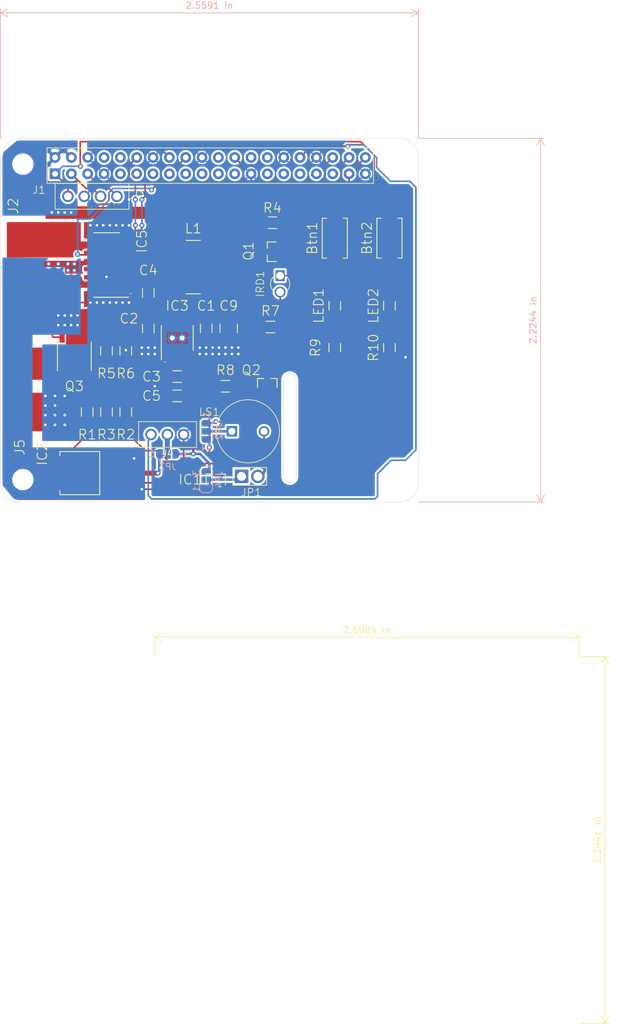
<source format=kicad_pcb>
(kicad_pcb (version 20171130) (host pcbnew "(5.1.2-1)-1")
  (layers (0 F.Cu signal) (31 B.Cu signal) (34 B.Paste user) (35 F.Paste user) (36 B.SilkS user) (37 F.SilkS user) (38 B.Mask user) (39 F.Mask user) (44 Edge.Cuts user))
  (net 0 "")
  (net 1 GND)
  (net 2 "Net-(J1-Pad35)")
  (net 3 "Net-(J1-Pad27)")
  (net 4 "Net-(J1-Pad23)")
  (net 5 "Net-(J1-Pad21)")
  (net 6 "Net-(J1-Pad19)")
  (net 7 "Net-(J1-Pad17)")
  (net 8 "Net-(J1-Pad13)")
  (net 9 "Net-(J1-Pad11)")
  (net 10 SCL)
  (net 11 SDA)
  (net 12 "Net-(J1-Pad28)")
  (net 13 "Net-(J1-Pad26)")
  (net 14 "Net-(J1-Pad10)")
  (net 15 "Net-(J1-Pad8)")
  (net 16 +5V)
  (net 17 Vbat)
  (net 18 "Net-(C5-Pad2)")
  (net 19 "Net-(C4-Pad2)")
  (net 20 "Net-(J1-Pad15)")
  (net 21 GPIO26)
  (net 22 GPIO13)
  (net 23 GPIO6)
  (net 24 GPIO5)
  (net 25 "Net-(IC2-Pad1)")
  (net 26 Vservo)
  (net 27 "Net-(IC3-Pad2)")
  (net 28 "Net-(IC5-Pad15)")
  (net 29 GPIO18)
  (net 30 GPIO24)
  (net 31 "Net-(IC5-Pad10)")
  (net 32 GPIO25)
  (net 33 "Net-(IC5-Pad13)")
  (net 34 "Net-(J1-Pad9)")
  (net 35 GPIO23)
  (net 36 GPIO12)
  (net 37 GPIO16)
  (net 38 GPIO20)
  (net 39 GPIO21)
  (net 40 "Net-(J4-Pad2)")
  (net 41 GPIO8)
  (net 42 "Net-(IC1-Pad1)")
  (net 43 "Net-(JP1-Pad1)")
  (net 44 "Net-(JP2-Pad1)")
  (net 45 +3V3)
  (net 46 "Net-(JP1-Pad2)")
  (net 47 "Net-(JP2-Pad2)")
  (net 48 "Net-(LED1-Pad1)")
  (net 49 "Net-(LED2-Pad1)")
  (net 50 +BATT)
  (net 51 "Net-(J5-Pad1)")
  (net 52 "Net-(C3-Pad2)")
  (net 53 "Net-(C4-Pad1)")
  (net 54 "Net-(IRD1-Pad1)")
  (net 55 "Net-(IRD1-Pad2)")
  (module "Pi HAT Footprints:DPAK3P457_1010X238L155X81T525X470M" (layer F.Cu) (at 13.5 -4.5 90)
    (fp_text reference IC2 (at 3 -7 90) (layer F.SilkS) (effects (font (size 1.5 1.5))))
    (fp_text value AZ2085D-ADJTRG1)
    (pad 2 smd roundrect (at 0 -2.65 180) (size 6.12 4.93) (layers F.Cu F.Mask) (roundrect_rratio 0.051) (net 26 Vservo))
    (pad 3 smd roundrect (at 2.286 4.23 180) (size 3.04 1.53) (layers F.Cu F.Paste F.Mask) (roundrect_rratio 0.163) (net 50 +BATT))
    (pad 1 smd roundrect (at -2.286 4.23 180) (size 3.04 1.53) (layers F.Cu F.Paste F.Mask) (roundrect_rratio 0.1634) (net 25 "Net-(IC2-Pad1)"))
  )
  (module "Pi HAT Footprints:INDC800X800X450L240M" (layer F.Cu) (at 30 -36.5 180)
    (fp_text reference L1 (at 0 6) (layer F.SilkS) (effects (font (size 1.5 1.5))))
    (fp_text value 3.3uH)
    (pad 2 smd roundrect (at 3.045 0 180) (size 3.42 8.41) (layers F.Cu F.Paste F.Mask) (roundrect_rratio 0.0731) (net 53 "Net-(C4-Pad1)"))
    (pad 1 smd roundrect (at -3.045 0 180) (size 3.42 8.41) (layers F.Cu F.Paste F.Mask) (roundrect_rratio 0.0731) (net 16 +5V))
  )
  (module "Pi HAT Footprints:SOIC16P127_990X600X175L83X41M" (layer F.Cu) (at 16.506914 -36.830843 90)
    (fp_text reference IC5 (at 3.669157 5.493086 90) (layer F.SilkS) (effects (font (size 1.5 1.5))))
    (fp_text value VNH7070BAS)
    (pad 16 smd roundrect (at -4.445 -2.425 180) (size 2.17 0.68) (layers F.Cu F.Paste F.Mask) (net 1 GND))
    (pad 15 smd roundrect (at -3.175 -2.425 180) (size 2.17 0.68) (layers F.Cu F.Paste F.Mask) (net 28 "Net-(IC5-Pad15)"))
    (pad 14 smd roundrect (at -1.905 -2.425 180) (size 2.17 0.68) (layers F.Cu F.Paste F.Mask) (net 1 GND))
    (pad 13 smd roundrect (at -0.635 -2.425 180) (size 2.17 0.68) (layers F.Cu F.Paste F.Mask) (net 33 "Net-(IC5-Pad13)"))
    (pad 12 smd roundrect (at 0.635 -2.425 180) (size 2.17 0.68) (layers F.Cu F.Paste F.Mask) (net 17 Vbat))
    (pad 11 smd roundrect (at 1.905 -2.425 180) (size 2.17 0.68) (layers F.Cu F.Paste F.Mask) (net 30 GPIO24))
    (pad 10 smd roundrect (at 3.175 -2.425 180) (size 2.17 0.68) (layers F.Cu F.Paste F.Mask) (net 31 "Net-(IC5-Pad10)"))
    (pad 9 smd roundrect (at 4.445 -2.425 180) (size 2.17 0.68) (layers F.Cu F.Paste F.Mask) (net 1 GND))
    (pad 8 smd roundrect (at 4.445 2.425 180) (size 2.17 0.68) (layers F.Cu F.Paste F.Mask) (net 1 GND))
    (pad 7 smd roundrect (at 3.175 2.425 180) (size 2.17 0.68) (layers F.Cu F.Paste F.Mask) (net 31 "Net-(IC5-Pad10)"))
    (pad 6 smd roundrect (at 1.905 2.425 180) (size 2.17 0.68) (layers F.Cu F.Paste F.Mask) (net 29 GPIO18))
    (pad 5 smd roundrect (at 0.635 2.425 180) (size 2.17 0.68) (layers F.Cu F.Paste F.Mask) (net 17 Vbat))
    (pad 4 smd roundrect (at -0.635 2.425 180) (size 2.17 0.68) (layers F.Cu F.Paste F.Mask) (net 17 Vbat))
    (pad 3 smd roundrect (at -1.905 2.425 180) (size 2.17 0.68) (layers F.Cu F.Paste F.Mask) (net 35 GPIO23))
    (pad 2 smd roundrect (at -3.175 2.425 180) (size 2.17 0.68) (layers F.Cu F.Paste F.Mask) (net 28 "Net-(IC5-Pad15)"))
    (pad 1 smd roundrect (at -4.445 2.425 180) (size 2.17 0.68) (layers F.Cu F.Paste F.Mask) (net 1 GND))
  )
  (module library_express_pro:LED_YSL-R531R3D-D2 (layer F.Cu) (at 43.5 -33.9 270)
    (fp_text reference IRD1 (at 0 3.1 90) (layer F.SilkS) (effects (font (size 1.2 1.2) (thickness 0.12))))
    (fp_text value IR_LED)
    (pad 1 thru_hole rect (at -1.27 0 270) (size 1.7 1.43) (drill 1.2) (layers *.Cu *.Mask) (net 54 "Net-(IRD1-Pad1)"))
    (pad 2 thru_hole circle (at 1.27 0 270) (size 1.7 1.7) (drill 1.2) (layers *.Cu *.Mask) (net 55 "Net-(IRD1-Pad2)"))
  )
  (module library_express_pro:RLC_EIA_3216 (layer F.Cu) (at 60.5 -24 90)
    (fp_text reference R10 (at 0 -2.5 90) (layer F.SilkS) (effects (font (size 1.5 1.5))))
    (fp_text value 220)
    (pad 1 smd rect (at -1.525 0 90) (size 1.26 1.92) (layers F.Cu F.Paste F.Mask) (net 1 GND))
    (pad 2 smd rect (at 1.525 0 90) (size 1.26 1.92) (layers F.Cu F.Paste F.Mask) (net 49 "Net-(LED2-Pad1)"))
  )
  (module library_express_pro:RLC_EIA_3216 (layer F.Cu) (at 52 -24 90)
    (fp_text reference R9 (at 0 -3 90) (layer F.SilkS) (effects (font (size 1.5 1.5))))
    (fp_text value 220)
    (pad 1 smd rect (at -1.525 0 90) (size 1.26 1.92) (layers F.Cu F.Paste F.Mask) (net 1 GND))
    (pad 2 smd rect (at 1.525 0 90) (size 1.26 1.92) (layers F.Cu F.Paste F.Mask) (net 48 "Net-(LED1-Pad1)"))
  )
  (module "Pi HAT Footprints:SOIC9P127_490X600X150L72X40T305X241L" (layer F.Cu) (at 27.5 -25.5)
    (fp_text reference IC3 (at 0 -5) (layer F.SilkS) (effects (font (size 1.5 1.5))))
    (fp_text value AP65450)
    (pad 9 thru_hole rect (at -0.762 0) (size 1.324 1.324) (drill 0.762) (layers *.Cu *.Mask) (net 1 GND))
    (pad 9 thru_hole rect (at 0.762 0) (size 1.324 1.324) (drill 0.762) (layers *.Cu *.Mask) (net 1 GND))
    (pad 9 smd rect (at 0 0 90) (size 2.41 3.05) (layers F.Cu F.Mask) (net 1 GND))
    (pad 8 smd roundrect (at -1.905 -2.575 90) (size 1.78 0.67) (layers F.Cu F.Paste F.Mask) (roundrect_rratio 0.2537) (net 50 +BATT))
    (pad 7 smd roundrect (at -0.635 -2.575 90) (size 1.78 0.67) (layers F.Cu F.Paste F.Mask) (roundrect_rratio 0.2537) (net 19 "Net-(C4-Pad2)"))
    (pad 6 smd roundrect (at 0.635 -2.575 90) (size 1.78 0.67) (layers F.Cu F.Paste F.Mask) (roundrect_rratio 0.2537) (net 53 "Net-(C4-Pad1)"))
    (pad 5 smd roundrect (at 1.905 -2.575 90) (size 1.78 0.67) (layers F.Cu F.Paste F.Mask) (roundrect_rratio 0.2537) (net 1 GND))
    (pad 4 smd roundrect (at 1.905 2.575 90) (size 1.78 0.67) (layers F.Cu F.Paste F.Mask) (roundrect_rratio 0.2537) (net 52 "Net-(C3-Pad2)"))
    (pad 3 smd roundrect (at 0.635 2.575 90) (size 1.78 0.67) (layers F.Cu F.Paste F.Mask) (roundrect_rratio 0.2537) (net 18 "Net-(C5-Pad2)"))
    (pad 2 smd roundrect (at -0.635 2.575 90) (size 1.78 0.67) (layers F.Cu F.Paste F.Mask) (roundrect_rratio 0.2537) (net 27 "Net-(IC3-Pad2)"))
    (pad 1 smd roundrect (at -1.905 2.575 90) (size 1.78 0.67) (layers F.Cu F.Paste F.Mask) (roundrect_rratio 0.2537) (net 50 +BATT))
  )
  (module "Pi HAT Footprints:CAPC320X250X180L50L" (layer F.Cu) (at 35.5 -27 90)
    (fp_text reference C9 (at 3.5 0 180) (layer F.SilkS) (effects (font (size 1.5 1.5))))
    (fp_text value "22uF 25V")
    (pad 2 smd roundrect (at 1.525 0 90) (size 1.26 2.82) (layers F.Cu F.Paste F.Mask) (roundrect_rratio 0.1984) (net 16 +5V))
    (pad 1 smd roundrect (at -1.525 0 90) (size 1.26 2.82) (layers F.Cu F.Paste F.Mask) (roundrect_rratio 0.1984) (net 1 GND))
  )
  (module "Pi HAT Footprints:CAPC320X160X180L50M" (layer F.Cu) (at 23 -32.5 270)
    (fp_text reference C4 (at -3.5 0 180) (layer F.SilkS) (effects (font (size 1.5 1.5))))
    (fp_text value "1uF 25V")
    (pad 2 smd roundrect (at 1.525 0 270) (size 1.26 1.92) (layers F.Cu F.Paste F.Mask) (roundrect_rratio 0.1984) (net 19 "Net-(C4-Pad2)"))
    (pad 1 smd roundrect (at -1.525 0 270) (size 1.26 1.92) (layers F.Cu F.Paste F.Mask) (roundrect_rratio 0.1984) (net 53 "Net-(C4-Pad1)"))
  )
  (module "Pi HAT Footprints:CAPC320X160X180L50M" (layer F.Cu) (at 27.5 -19.5)
    (fp_text reference C3 (at -4 0) (layer F.SilkS) (effects (font (size 1.5 1.5))))
    (fp_text value "1uF 25V")
    (pad 2 smd roundrect (at 1.525 0) (size 1.26 1.92) (layers F.Cu F.Paste F.Mask) (roundrect_rratio 0.1984) (net 52 "Net-(C3-Pad2)"))
    (pad 1 smd roundrect (at -1.525 0) (size 1.26 1.92) (layers F.Cu F.Paste F.Mask) (roundrect_rratio 0.1984) (net 1 GND))
  )
  (module library_express_pro:RLC_EIA_3216 (layer F.Cu) (at 23 -27 90)
    (fp_text reference C2 (at 1.5 -3 180) (layer F.SilkS) (effects (font (size 1.5 1.5))))
    (fp_text value 10uF)
    (pad 1 smd rect (at -1.525 0 90) (size 1.26 1.92) (layers F.Cu F.Paste F.Mask) (net 1 GND))
    (pad 2 smd rect (at 1.525 0 90) (size 1.26 1.92) (layers F.Cu F.Paste F.Mask) (net 50 +BATT))
  )
  (module library_express_pro:SOT23 (layer F.Cu) (at 41.5 -18.5)
    (fp_text reference Q2 (at -2.5 -2) (layer F.SilkS) (effects (font (size 1.5 1.5))))
    (fp_text value DMG2301L-7)
    (pad 1 smd rect (at -0.95 1 90) (size 1.35 0.62) (layers F.Cu F.Paste F.Mask) (net 42 "Net-(IC1-Pad1)"))
    (pad 2 smd rect (at 0.95 1 90) (size 1.35 0.62) (layers F.Cu F.Paste F.Mask) (net 44 "Net-(JP2-Pad1)"))
    (pad 3 smd rect (at 0 -1 90) (size 1.35 0.62) (layers F.Cu F.Paste F.Mask) (net 16 +5V))
  )
  (module library_express_pro:RLC_EIA_3216 (layer F.Cu) (at 35 -18 180)
    (fp_text reference R8 (at 0 2.5) (layer F.SilkS) (effects (font (size 1.5 1.5))))
    (fp_text value 220)
    (pad 1 smd rect (at -1.525 0 180) (size 1.26 1.92) (layers F.Cu F.Paste F.Mask) (net 42 "Net-(IC1-Pad1)"))
    (pad 2 smd rect (at 1.525 0 180) (size 1.26 1.92) (layers F.Cu F.Paste F.Mask) (net 16 +5V))
  )
  (module Jumper:SolderJumper-3_P1.3mm_Open_RoundedPad1.0x1.5mm_NumberLabels (layer B.Cu) (at 32 -3.5 90)
    (fp_text reference JP4 (at 0 2 270) (layer B.SilkS) (effects (justify mirror)))
    (fp_text value SolderJumper_3_Bridged12)
    (fp_text user 1 (at -1.5 -1.5 270) (layer B.SilkS) (effects (justify mirror)))
    (fp_text user 3 (at 1 -1.5 270) (layer B.SilkS) (effects (justify mirror)))
    (pad 2 smd rect (at 0 0 90) (size 1 1.5) (layers B.Cu B.Mask) (net 43 "Net-(JP1-Pad1)"))
    (pad 3 smd custom (at 1.3 0 90) (size 1 0.5) (layers B.Cu B.Mask) (net 16 +5V) (options (clearance outline) (anchor rect)) (primitives (gr_circle (center 0 -0.25) (end 0.5 -0.25) (width 0)) (gr_circle (center 0 0.25) (end 0.5 0.25) (width 0)) (gr_poly (pts (xy -0.55 0.75) (xy 0 0.75) (xy 0 -0.75) (xy -0.55 -0.75)) (width 0))))
    (pad 1 smd custom (at -1.3 0 90) (size 1 0.5) (layers B.Cu B.Mask) (net 1 GND) (options (clearance outline) (anchor rect)) (primitives (gr_circle (center 0 -0.25) (end 0.5 -0.25) (width 0)) (gr_circle (center 0 0.25) (end 0.5 0.25) (width 0)) (gr_poly (pts (xy 0.55 0.75) (xy 0 0.75) (xy 0 -0.75) (xy 0.55 -0.75)) (width 0))))
  )
  (module library_express_pro:RasPi_Header_0.9 (layer F.Cu) (at 8.5 -51)
    (fp_text reference J1 (at -2.5 2.5) (layer F.SilkS) (effects (font (size 1.2 1.2) (thickness 0.12))))
    (fp_text value Conn_02x20_Odd_Even)
    (pad 1 thru_hole rect (at 0 0) (size 1.6764 1.6764) (drill 0.900001) (layers *.Cu *.Mask) (net 45 +3V3))
    (pad 2 thru_hole circle (at 0 -2.54) (size 1.6764 1.6764) (drill 0.900001) (layers *.Cu *.Mask) (net 16 +5V))
    (pad 3 thru_hole circle (at 2.54 0) (size 1.6764 1.6764) (drill 0.900001) (layers *.Cu *.Mask) (net 11 SDA))
    (pad 4 thru_hole circle (at 2.54 -2.54) (size 1.6764 1.6764) (drill 0.900001) (layers *.Cu *.Mask) (net 16 +5V))
    (pad 5 thru_hole circle (at 5.08 0) (size 1.6764 1.6764) (drill 0.900001) (layers *.Cu *.Mask) (net 10 SCL))
    (pad 6 thru_hole circle (at 5.08 -2.54) (size 1.6764 1.6764) (drill 0.900001) (layers *.Cu *.Mask) (net 1 GND))
    (pad 7 thru_hole circle (at 7.62 0) (size 1.6764 1.6764) (drill 0.900001) (layers *.Cu *.Mask) (net 1 GND))
    (pad 8 thru_hole circle (at 7.62 -2.54) (size 1.6764 1.6764) (drill 0.900001) (layers *.Cu *.Mask) (net 15 "Net-(J1-Pad8)"))
    (pad 9 thru_hole circle (at 10.16 0) (size 1.6764 1.6764) (drill 0.900001) (layers *.Cu *.Mask) (net 34 "Net-(J1-Pad9)"))
    (pad 10 thru_hole circle (at 10.16 -2.54) (size 1.6764 1.6764) (drill 0.900001) (layers *.Cu *.Mask) (net 14 "Net-(J1-Pad10)"))
    (pad 11 thru_hole circle (at 12.7 0) (size 1.6764 1.6764) (drill 0.900001) (layers *.Cu *.Mask) (net 9 "Net-(J1-Pad11)"))
    (pad 12 thru_hole circle (at 12.7 -2.54) (size 1.6764 1.6764) (drill 0.900001) (layers *.Cu *.Mask) (net 29 GPIO18))
    (pad 13 thru_hole circle (at 15.24 0) (size 1.6764 1.6764) (drill 0.900001) (layers *.Cu *.Mask) (net 8 "Net-(J1-Pad13)"))
    (pad 14 thru_hole circle (at 15.24 -2.54) (size 1.6764 1.6764) (drill 0.900001) (layers *.Cu *.Mask) (net 1 GND))
    (pad 15 thru_hole circle (at 17.78 0) (size 1.6764 1.6764) (drill 0.900001) (layers *.Cu *.Mask) (net 20 "Net-(J1-Pad15)"))
    (pad 16 thru_hole circle (at 17.78 -2.54) (size 1.6764 1.6764) (drill 0.900001) (layers *.Cu *.Mask) (net 35 GPIO23))
    (pad 17 thru_hole circle (at 20.32 0) (size 1.6764 1.6764) (drill 0.900001) (layers *.Cu *.Mask) (net 7 "Net-(J1-Pad17)"))
    (pad 18 thru_hole circle (at 20.32 -2.54) (size 1.6764 1.6764) (drill 0.900001) (layers *.Cu *.Mask) (net 30 GPIO24))
    (pad 19 thru_hole circle (at 22.86 0) (size 1.6764 1.6764) (drill 0.900001) (layers *.Cu *.Mask) (net 6 "Net-(J1-Pad19)"))
    (pad 20 thru_hole circle (at 22.86 -2.54) (size 1.6764 1.6764) (drill 0.900001) (layers *.Cu *.Mask) (net 1 GND))
    (pad 21 thru_hole circle (at 25.4 0) (size 1.6764 1.6764) (drill 0.900001) (layers *.Cu *.Mask) (net 5 "Net-(J1-Pad21)"))
    (pad 22 thru_hole circle (at 25.4 -2.54) (size 1.6764 1.6764) (drill 0.900001) (layers *.Cu *.Mask) (net 32 GPIO25))
    (pad 23 thru_hole circle (at 27.94 0) (size 1.6764 1.6764) (drill 0.900001) (layers *.Cu *.Mask) (net 4 "Net-(J1-Pad23)"))
    (pad 24 thru_hole circle (at 27.94 -2.54) (size 1.6764 1.6764) (drill 0.900001) (layers *.Cu *.Mask) (net 41 GPIO8))
    (pad 25 thru_hole circle (at 30.48 0) (size 1.6764 1.6764) (drill 0.900001) (layers *.Cu *.Mask) (net 1 GND))
    (pad 26 thru_hole circle (at 30.48 -2.54) (size 1.6764 1.6764) (drill 0.900001) (layers *.Cu *.Mask) (net 13 "Net-(J1-Pad26)"))
    (pad 27 thru_hole circle (at 33.02 0) (size 1.6764 1.6764) (drill 0.900001) (layers *.Cu *.Mask) (net 3 "Net-(J1-Pad27)"))
    (pad 28 thru_hole circle (at 33.02 -2.54) (size 1.6764 1.6764) (drill 0.900001) (layers *.Cu *.Mask) (net 12 "Net-(J1-Pad28)"))
    (pad 29 thru_hole circle (at 35.56 0) (size 1.6764 1.6764) (drill 0.900001) (layers *.Cu *.Mask) (net 24 GPIO5))
    (pad 30 thru_hole circle (at 35.56 -2.54) (size 1.6764 1.6764) (drill 0.900001) (layers *.Cu *.Mask) (net 1 GND))
    (pad 31 thru_hole circle (at 38.1 0) (size 1.6764 1.6764) (drill 0.900001) (layers *.Cu *.Mask) (net 23 GPIO6))
    (pad 32 thru_hole circle (at 38.1 -2.54) (size 1.6764 1.6764) (drill 0.900001) (layers *.Cu *.Mask) (net 36 GPIO12))
    (pad 33 thru_hole circle (at 40.64 0) (size 1.6764 1.6764) (drill 0.900001) (layers *.Cu *.Mask) (net 22 GPIO13))
    (pad 34 thru_hole circle (at 40.64 -2.54) (size 1.6764 1.6764) (drill 0.900001) (layers *.Cu *.Mask) (net 1 GND))
    (pad 35 thru_hole circle (at 43.18 0) (size 1.6764 1.6764) (drill 0.900001) (layers *.Cu *.Mask) (net 2 "Net-(J1-Pad35)"))
    (pad 36 thru_hole circle (at 43.18 -2.54) (size 1.6764 1.6764) (drill 0.900001) (layers *.Cu *.Mask) (net 37 GPIO16))
    (pad 37 thru_hole circle (at 45.72 0) (size 1.6764 1.6764) (drill 0.900001) (layers *.Cu *.Mask) (net 21 GPIO26))
    (pad 38 thru_hole circle (at 45.72 -2.54) (size 1.6764 1.6764) (drill 0.900001) (layers *.Cu *.Mask) (net 38 GPIO20))
    (pad 39 thru_hole circle (at 48.26 0) (size 1.6764 1.6764) (drill 0.900001) (layers *.Cu *.Mask) (net 1 GND))
    (pad 40 thru_hole circle (at 48.26 -2.54) (size 1.6764 1.6764) (drill 0.900001) (layers *.Cu *.Mask) (net 39 GPIO21))
  )
  (module library_express_pro:RLC_EIA_3216 (layer F.Cu) (at 16.5 -14 90)
    (fp_text reference R3 (at -3.5 0 180) (layer F.SilkS) (effects (font (size 1.5 1.5))))
    (fp_text value 66.3k)
    (pad 1 smd rect (at -1.525 0 90) (size 1.26 1.92) (layers F.Cu F.Paste F.Mask) (net 26 Vservo))
    (pad 2 smd rect (at 1.525 0 90) (size 1.26 1.92) (layers F.Cu F.Paste F.Mask) (net 25 "Net-(IC2-Pad1)"))
  )
  (module Jumper:SolderJumper-3_P1.3mm_Open_RoundedPad1.0x1.5mm_NumberLabels (layer B.Cu) (at 26 -7.5)
    (fp_text reference JP3 (at 0 2) (layer B.SilkS) (effects (justify mirror)))
    (fp_text value SolderJumper_3_Bridged12)
    (fp_text user 1 (at -2.5 0) (layer B.SilkS) (effects (justify mirror)))
    (fp_text user 3 (at 3 0) (layer B.SilkS) (effects (justify mirror)))
    (pad 2 smd rect (at 0 0) (size 1 1.5) (layers B.Cu B.Mask) (net 40 "Net-(J4-Pad2)"))
    (pad 3 smd custom (at 1.3 0) (size 1 0.5) (layers B.Cu B.Mask) (net 16 +5V) (options (clearance outline) (anchor rect)) (primitives (gr_circle (center 0 -0.25) (end 0.5 -0.25) (width 0)) (gr_circle (center 0 0.25) (end 0.5 0.25) (width 0)) (gr_poly (pts (xy -0.55 0.75) (xy 0 0.75) (xy 0 -0.75) (xy -0.55 -0.75)) (width 0))))
    (pad 1 smd custom (at -1.3 0) (size 1 0.5) (layers B.Cu B.Mask) (net 26 Vservo) (options (clearance outline) (anchor rect)) (primitives (gr_circle (center 0 -0.25) (end 0.5 -0.25) (width 0)) (gr_circle (center 0 0.25) (end 0.5 0.25) (width 0)) (gr_poly (pts (xy 0.55 0.75) (xy 0 0.75) (xy 0 -0.75) (xy 0.55 -0.75)) (width 0))))
  )
  (module Jumper:SolderJumper-3_P1.3mm_Open_RoundedPad1.0x1.5mm_NumberLabels (layer B.Cu) (at 32 -11 270)
    (fp_text reference JP2 (at 0 -2 270) (layer B.SilkS) (effects (justify mirror)))
    (fp_text value SolderJumper_3_Bridged12)
    (fp_text user 1 (at -2.6 0 270) (layer B.SilkS) (effects (justify mirror)))
    (fp_text user 3 (at 2.6 0 270) (layer B.SilkS) (effects (justify mirror)))
    (pad 2 smd rect (at 0 0 270) (size 1 1.5) (layers B.Cu B.Mask) (net 47 "Net-(JP2-Pad2)"))
    (pad 3 smd custom (at 1.3 0 270) (size 1 0.5) (layers B.Cu B.Mask) (net 42 "Net-(IC1-Pad1)") (options (clearance outline) (anchor rect)) (primitives (gr_circle (center 0 -0.25) (end 0.5 -0.25) (width 0)) (gr_circle (center 0 0.25) (end 0.5 0.25) (width 0)) (gr_poly (pts (xy -0.55 0.75) (xy 0 0.75) (xy 0 -0.75) (xy -0.55 -0.75)) (width 0))))
    (pad 1 smd custom (at -1.3 0 270) (size 1 0.5) (layers B.Cu B.Mask) (net 44 "Net-(JP2-Pad1)") (options (clearance outline) (anchor rect)) (primitives (gr_circle (center 0 -0.25) (end 0.5 -0.25) (width 0)) (gr_circle (center 0 0.25) (end 0.5 0.25) (width 0)) (gr_poly (pts (xy 0.55 0.75) (xy 0 0.75) (xy 0 -0.75) (xy 0.55 -0.75)) (width 0))))
  )
  (module library_express_pro:SO-8L (layer F.Cu) (at 11.5 -23 180)
    (fp_text reference Q3 (at 0 -5) (layer F.SilkS) (effects (font (size 1.5 1.5))))
    (fp_text value SQJA37EP1)
    (pad 2 smd rect (at -1.905 2.62 270) (size 1.73 0.82) (layers F.Cu F.Paste F.Mask) (net 50 +BATT))
    (pad 2 smd rect (at -0.635 2.62 270) (size 1.73 0.82) (layers F.Cu F.Paste F.Mask) (net 50 +BATT))
    (pad 2 smd rect (at 0.635 2.62 270) (size 1.73 0.82) (layers F.Cu F.Paste F.Mask) (net 50 +BATT))
    (pad 3 smd rect (at 1.905 2.62 270) (size 1.73 0.82) (layers F.Cu F.Paste F.Mask) (net 1 GND))
    (pad 1 smd rect (at 0 -1.41 270) (size 4.169999 4.229999) (layers F.Cu F.Mask) (net 51 "Net-(J5-Pad1)"))
  )
  (module library_express_pro:RLC_EIA_3216 (layer F.Cu) (at 60.5 -30.5 90)
    (fp_text reference LED2 (at 0 -2.5 90) (layer F.SilkS) (effects (font (size 1.5 1.5))))
    (fp_text value 599-0210-007F)
    (pad 1 smd rect (at -1.525 0 90) (size 1.26 1.92) (layers F.Cu F.Paste F.Mask) (net 49 "Net-(LED2-Pad1)"))
    (pad 2 smd rect (at 1.525 0 90) (size 1.26 1.92) (layers F.Cu F.Paste F.Mask) (net 21 GPIO26))
  )
  (module library_express_pro:RLC_EIA_3216 (layer F.Cu) (at 52 -30.5 90)
    (fp_text reference LED1 (at 0 -2.5 90) (layer F.SilkS) (effects (font (size 1.5 1.5))))
    (fp_text value 599-0210-007F)
    (pad 1 smd rect (at -1.525 0 90) (size 1.26 1.92) (layers F.Cu F.Paste F.Mask) (net 48 "Net-(LED1-Pad1)"))
    (pad 2 smd rect (at 1.525 0 90) (size 1.26 1.92) (layers F.Cu F.Paste F.Mask) (net 37 GPIO16))
  )
  (module library_express_pro:PTS636 (layer F.Cu) (at 52 -41 90)
    (fp_text reference Btn1 (at 0 -3.5 90) (layer F.SilkS) (effects (font (size 1.5 1.5))))
    (fp_text value PTS636)
    (pad 1 smd rect (at -3.71 0 90) (size 2.16 2.15) (layers F.Cu F.Paste F.Mask) (net 45 +3V3))
    (pad 2 smd rect (at 3.71 0 90) (size 2.16 2.15) (layers F.Cu F.Paste F.Mask) (net 38 GPIO20))
  )
  (module library_express_pro:PTS636 (layer F.Cu) (at 60.5 -41 90)
    (fp_text reference Btn2 (at 0 -3.5 90) (layer F.SilkS) (effects (font (size 1.5 1.5))))
    (fp_text value PTS636)
    (pad 1 smd rect (at -3.71 0 90) (size 2.16 2.15) (layers F.Cu F.Paste F.Mask) (net 45 +3V3))
    (pad 2 smd rect (at 3.71 0 90) (size 2.16 2.15) (layers F.Cu F.Paste F.Mask) (net 39 GPIO21))
  )
  (module library_express_pro:standard_jumper (layer F.Cu) (at 37.5 -4)
    (fp_text reference JP1 (at 1.5 2.5) (layer F.SilkS) (effects (font (size 1.2 1.2) (thickness 0.12))))
    (fp_text value Jumper)
    (pad 1 thru_hole rect (at 0 0) (size 2.1 2.1) (drill 1.4) (layers *.Cu *.Mask) (net 43 "Net-(JP1-Pad1)"))
    (pad 2 thru_hole circle (at 2.54 0) (size 2.1 2.1) (drill 1.4) (layers *.Cu *.Mask) (net 46 "Net-(JP1-Pad2)"))
  )
  (module MountingHole:MountingHole_2.7mm_M2.5 (layer F.Cu) (at 61.5 -3.5)
    (fp_text reference H4 hide)
    (fp_text value MountingHole)
    (pad 1 np_thru_hole circle (at 0 0) (size 2.7 2.7) (drill 2.7) (layers *.Cu *.Mask))
  )
  (module MountingHole:MountingHole_2.7mm_M2.5 (layer F.Cu) (at 3.5 -3.5)
    (fp_text reference H3 hide)
    (fp_text value MountingHole)
    (pad 1 np_thru_hole circle (at 0 0) (size 2.7 2.7) (drill 2.7) (layers *.Cu *.Mask))
  )
  (module MountingHole:MountingHole_2.7mm_M2.5 (layer F.Cu) (at 61.5 -52.5)
    (fp_text reference H2 hide)
    (fp_text value MountingHole)
    (pad 1 np_thru_hole circle (at 0 0) (size 2.7 2.7) (drill 2.7) (layers *.Cu *.Mask))
  )
  (module MountingHole:MountingHole_2.7mm_M2.5 (layer F.Cu) (at 3.5 -52.5)
    (fp_text reference H1 hide)
    (fp_text value MountingHole)
    (pad "" np_thru_hole circle (at 0 0) (size 2.7 2.7) (drill 2.7) (layers *.Cu *.Mask))
  )
  (module library_express_pro:Buzzer_AI1027TWT5V2R (layer F.Cu) (at 38.5 -11)
    (fp_text reference LS1 (at -6 -3) (layer F.SilkS) (effects (font (size 1.2 1.2) (thickness 0.12))))
    (fp_text value AI1027TWT5V2R)
    (pad 1 thru_hole rect (at -2.5 0) (size 1.65 1.65) (drill 1.1) (layers *.Cu *.Mask) (net 47 "Net-(JP2-Pad2)"))
    (pad 2 thru_hole circle (at 2.5 0) (size 1.65 1.65) (drill 1.1) (layers *.Cu *.Mask) (net 46 "Net-(JP1-Pad2)"))
  )
  (module library_express_pro:Connector_pads (layer F.Cu) (at 3.5 -18 270)
    (fp_text reference J5 (at 9.5 0.5 90) (layer F.SilkS) (effects (font (size 1.5 1.5))))
    (fp_text value Battery)
    (pad 1 smd rect (at -3.5 0 270) (size 4.67 4.63) (layers F.Cu F.Paste F.Mask) (net 51 "Net-(J5-Pad1)"))
    (pad 2 smd rect (at 3.5 0 270) (size 4.67 4.63) (layers F.Cu F.Paste F.Mask) (net 1 GND))
  )
  (module library_express_pro:Connector_pads (layer F.Cu) (at 3.5 -37 270)
    (fp_text reference J2 (at -9 1.5 270) (layer F.SilkS) (effects (font (size 1.5 1.5))))
    (fp_text value Conn_01x02)
    (pad 1 smd rect (at -3.5 0 270) (size 4.67 4.63) (layers F.Cu F.Paste F.Mask) (net 31 "Net-(IC5-Pad10)"))
    (pad 2 smd rect (at 3.5 0 270) (size 4.67 4.63) (layers F.Cu F.Paste F.Mask) (net 28 "Net-(IC5-Pad15)"))
  )
  (module library_express_pro:RLC_EIA_3216 (layer F.Cu) (at 42 -27.2 180)
    (fp_text reference R7 (at 0 2.5) (layer F.SilkS) (effects (font (size 1.5 1.5))))
    (fp_text value 220)
    (pad 1 smd rect (at -1.525 0 180) (size 1.26 1.92) (layers F.Cu F.Paste F.Mask) (net 55 "Net-(IRD1-Pad2)"))
    (pad 2 smd rect (at 1.525 0 180) (size 1.26 1.92) (layers F.Cu F.Paste F.Mask) (net 16 +5V))
  )
  (module library_express_pro:SSOP3 (layer F.Cu) (at 33.5 -3.5)
    (fp_text reference IC1 (at -4 0) (layer F.SilkS) (effects (font (size 1.5 1.5))))
    (fp_text value BD48K60)
    (pad 1 smd rect (at -0.95 1.23 90) (size 0.97 0.62) (layers F.Cu F.Paste F.Mask) (net 42 "Net-(IC1-Pad1)"))
    (pad 2 smd rect (at 0.95 1.23 90) (size 0.97 0.62) (layers F.Cu F.Paste F.Mask) (net 50 +BATT))
    (pad 3 smd rect (at 0 -1.23 90) (size 0.97 0.62) (layers F.Cu F.Paste F.Mask) (net 1 GND))
  )
  (module library_express_pro:RLC_EIA_3216 (layer F.Cu) (at 19.5 -23.5 270)
    (fp_text reference R6 (at 3.5 0 180) (layer F.SilkS) (effects (font (size 1.5 1.5))))
    (fp_text value 22.1k)
    (pad 1 smd rect (at -1.525 0 270) (size 1.26 1.92) (layers F.Cu F.Paste F.Mask) (net 1 GND))
    (pad 2 smd rect (at 1.525 0 270) (size 1.26 1.92) (layers F.Cu F.Paste F.Mask) (net 27 "Net-(IC3-Pad2)"))
  )
  (module library_express_pro:RLC_EIA_3216 (layer F.Cu) (at 16.5 -23.5 90)
    (fp_text reference R5 (at -3.5 0 180) (layer F.SilkS) (effects (font (size 1.5 1.5))))
    (fp_text value 124k)
    (pad 1 smd rect (at -1.525 0 90) (size 1.26 1.92) (layers F.Cu F.Paste F.Mask) (net 16 +5V))
    (pad 2 smd rect (at 1.525 0 90) (size 1.26 1.92) (layers F.Cu F.Paste F.Mask) (net 27 "Net-(IC3-Pad2)"))
  )
  (module library_express_pro:RLC_EIA_3216 (layer F.Cu) (at 42.3 -43.4 180)
    (fp_text reference R4 (at 0 2.3) (layer F.SilkS) (effects (font (size 1.5 1.5))))
    (fp_text value 22.1k)
    (pad 1 smd rect (at -1.525 0 180) (size 1.26 1.92) (layers F.Cu F.Paste F.Mask) (net 41 GPIO8))
    (pad 2 smd rect (at 1.525 0 180) (size 1.26 1.92) (layers F.Cu F.Paste F.Mask) (net 1 GND))
  )
  (module library_express_pro:RLC_EIA_3216 (layer F.Cu) (at 19.5 -14 90)
    (fp_text reference R2 (at -3.5 0) (layer F.SilkS) (effects (font (size 1.5 1.5))))
    (fp_text value 66.3k)
    (pad 1 smd rect (at -1.525 0 90) (size 1.26 1.92) (layers F.Cu F.Paste F.Mask) (net 25 "Net-(IC2-Pad1)"))
    (pad 2 smd rect (at 1.525 0 90) (size 1.26 1.92) (layers F.Cu F.Paste F.Mask) (net 1 GND))
  )
  (module library_express_pro:RLC_EIA_3216 (layer F.Cu) (at 13.5 -14 90)
    (fp_text reference R1 (at -3.5 0 180) (layer F.SilkS) (effects (font (size 1.5 1.5))))
    (fp_text value 22.1k)
    (pad 1 smd rect (at -1.525 0 90) (size 1.26 1.92) (layers F.Cu F.Paste F.Mask) (net 26 Vservo))
    (pad 2 smd rect (at 1.525 0 90) (size 1.26 1.92) (layers F.Cu F.Paste F.Mask) (net 25 "Net-(IC2-Pad1)"))
  )
  (module library_express_pro:servo_connector (layer F.Cu) (at 26 -10.5 180)
    (fp_text reference J4 (at 0 -3) (layer F.SilkS))
    (fp_text value Servo_motor)
    (pad 3 thru_hole circle (at 2.58 0 180) (size 1.8 1.8) (drill 1.2) (layers *.Cu *.Mask) (net 36 GPIO12))
    (pad 1 thru_hole circle (at -2.5 0 180) (size 1.8 1.8) (drill 1.2) (layers *.Cu *.Mask) (net 1 GND))
    (pad 2 thru_hole circle (at 0.04 0 180) (size 1.8 1.8) (drill 1.2) (layers *.Cu *.Mask) (net 40 "Net-(J4-Pad2)"))
  )
  (module library_express_pro:Accelerometer_standard (layer F.Cu) (at 10.5 -47.5)
    (fp_text reference J3 (at 11 -0.5) (layer F.SilkS))
    (fp_text value Accelerometer_standard)
    (pad 4 thru_hole circle (at 7.62 0) (size 1.8 1.8) (drill 1.2) (layers *.Cu *.Mask) (net 10 SCL))
    (pad 3 thru_hole circle (at 5.08 0) (size 1.8 1.8) (drill 1.2) (layers *.Cu *.Mask) (net 11 SDA))
    (pad 2 thru_hole circle (at 2.54 0) (size 1.8 1.8) (drill 1.2) (layers *.Cu *.Mask) (net 1 GND))
    (pad 1 thru_hole circle (at 0 0) (size 1.8 1.8) (drill 1.2) (layers *.Cu *.Mask) (net 45 +3V3))
  )
  (module library_express_pro:SOT23 (layer F.Cu) (at 42.2 -38.9 90)
    (fp_text reference Q1 (at 0.1 -3.6 90) (layer F.SilkS) (effects (font (size 1.5 1.5))))
    (fp_text value 2N7002K)
    (pad 1 smd rect (at -0.95 1 180) (size 1.35 0.62) (layers F.Cu F.Paste F.Mask) (net 54 "Net-(IRD1-Pad1)"))
    (pad 2 smd rect (at 0.95 1 180) (size 1.35 0.62) (layers F.Cu F.Paste F.Mask) (net 41 GPIO8))
    (pad 3 smd rect (at 0 -1 180) (size 1.35 0.62) (layers F.Cu F.Paste F.Mask) (net 1 GND))
  )
  (module "Pi HAT Footprints:CAPC320X160X180L50M" (layer F.Cu) (at 32 -27 90)
    (fp_text reference C1 (at 3.5 0 180) (layer F.SilkS) (effects (font (size 1.5 1.5))))
    (fp_text value "10uF 25V")
    (pad 2 smd roundrect (at 1.525 0 90) (size 1.26 1.92) (layers F.Cu F.Paste F.Mask) (roundrect_rratio 0.1984) (net 16 +5V))
    (pad 1 smd roundrect (at -1.525 0 90) (size 1.26 1.92) (layers F.Cu F.Paste F.Mask) (roundrect_rratio 0.1984) (net 1 GND))
  )
  (module "Pi HAT Footprints:CAPC320X160X180L50M" (layer F.Cu) (at 27.5 -16.5)
    (fp_text reference C5 (at -4 0) (layer F.SilkS) (effects (font (size 1.5 1.5))))
    (fp_text value "1uF 25V")
    (pad 1 smd roundrect (at -1.525 0) (size 1.26 1.92) (layers F.Cu F.Paste F.Mask) (roundrect_rratio 0.1984) (net 1 GND))
    (pad 2 smd roundrect (at 1.525 0) (size 1.26 1.92) (layers F.Cu F.Paste F.Mask) (roundrect_rratio 0.1984) (net 18 "Net-(C5-Pad2)"))
  )
  (gr_arc (start 62 -53.5) (end 65 -53.5) (angle -90) (layer Edge.Cuts) (width 0.05))
  (gr_arc (start 3 -53.5) (end 3 -56.5) (angle -90) (layer Edge.Cuts) (width 0.05))
  (gr_arc (start 3 -3) (end 0 -3) (angle -90) (layer Edge.Cuts) (width 0.05))
  (gr_arc (start 62 -3) (end 62 0) (angle -90) (layer Edge.Cuts) (width 0.05))
  (dimension 65 (width 0.12) (layer B.SilkS) (gr_text "65.000 mm" (at 32.5 -77.27) (layer B.SilkS) (effects (font (size 1 1) (thickness 0.15)))) (feature1 (pts (xy 0 -56.5) (xy 0 -76.586421))) (feature2 (pts (xy 65 -56.5) (xy 65 -76.586421))) (crossbar (pts (xy 65 -76) (xy 0 -76))) (arrow1a (pts (xy 0 -76) (xy 1.126504 -76.586421))) (arrow1b (pts (xy 0 -76) (xy 1.126504 -75.413579))) (arrow2a (pts (xy 65 -76) (xy 63.873496 -76.586421))) (arrow2b (pts (xy 65 -76) (xy 63.873496 -75.413579))))
  (dimension 56.5 (width 0.12) (layer B.SilkS) (gr_text "56.500 mm" (at 85.27 -28.25 270) (layer B.SilkS) (effects (font (size 1 1) (thickness 0.15)))) (feature1 (pts (xy 65 0) (xy 84.586421 0))) (feature2 (pts (xy 65 -56.5) (xy 84.586421 -56.5))) (crossbar (pts (xy 84 -56.5) (xy 84 0))) (arrow1a (pts (xy 84 0) (xy 83.413579 -1.126504))) (arrow1b (pts (xy 84 0) (xy 84.586421 -1.126504))) (arrow2a (pts (xy 84 -56.5) (xy 83.413579 -55.373496))) (arrow2b (pts (xy 84 -56.5) (xy 84.586421 -55.373496))))
  (gr_line (start 46 -4) (end 46 -19) (layer Edge.Cuts) (width 0.05))
  (gr_arc (start 45 -19) (end 46 -19) (angle -180) (layer Edge.Cuts) (width 0.05))
  (gr_arc (start 45 -4) (end 44 -4) (angle -180) (layer Edge.Cuts) (width 0.05))
  (gr_line (start 44 -19) (end 44 -4) (layer Edge.Cuts) (width 0.05))
  (dimension 57 (width 0.12) (layer F.SilkS) (gr_text "57.000 mm" (at 95.27 52.5 270) (layer F.SilkS) (effects (font (size 1 1) (thickness 0.15)))) (feature1 (pts (xy 90 81) (xy 94.586421 81))) (feature2 (pts (xy 90 24) (xy 94.586421 24))) (crossbar (pts (xy 94 24) (xy 94 81))) (arrow1a (pts (xy 94 81) (xy 93.413579 79.873496))) (arrow1b (pts (xy 94 81) (xy 94.586421 79.873496))) (arrow2a (pts (xy 94 24) (xy 93.413579 25.126504))) (arrow2b (pts (xy 94 24) (xy 94.586421 25.126504))))
  (dimension 66 (width 0.12) (layer F.SilkS) (gr_text "66.000 mm" (at 57 19.73) (layer F.SilkS) (effects (font (size 1 1) (thickness 0.15)))) (feature1 (pts (xy 90 24) (xy 90 20.413579))) (feature2 (pts (xy 24 24) (xy 24 20.413579))) (crossbar (pts (xy 24 21) (xy 90 21))) (arrow1a (pts (xy 90 21) (xy 88.873496 21.586421))) (arrow1b (pts (xy 90 21) (xy 88.873496 20.413579))) (arrow2a (pts (xy 24 21) (xy 25.126504 21.586421))) (arrow2b (pts (xy 24 21) (xy 25.126504 20.413579))))
  (gr_line (start 0 -53.5) (end 0 -3) (layer Edge.Cuts) (width 0.05))
  (gr_line (start 62 -56.5) (end 3 -56.5) (layer Edge.Cuts) (width 0.05))
  (gr_line (start 65 -3) (end 65 -53.5) (layer Edge.Cuts) (width 0.05))
  (gr_line (start 3 0) (end 62 0) (layer Edge.Cuts) (width 0.05))
  (via (at 15 -43) (size 0.8) (drill 0.4) (layers F.Cu B.Cu) (net 1))
  (via (at 7 -16.5) (size 0.8) (drill 0.4) (layers F.Cu B.Cu) (net 1))
  (via (at 7 -15) (size 0.8) (drill 0.4) (layers F.Cu B.Cu) (net 1))
  (via (at 7 -13.5) (size 0.8) (drill 0.4) (layers F.Cu B.Cu) (net 1))
  (via (at 7 -12) (size 0.8) (drill 0.4) (layers F.Cu B.Cu) (net 1))
  (via (at 8.5 -12) (size 0.8) (drill 0.4) (layers F.Cu B.Cu) (net 1))
  (via (at 8.5 -13.5) (size 0.8) (drill 0.4) (layers F.Cu B.Cu) (net 1))
  (via (at 8.5 -15) (size 0.8) (drill 0.4) (layers F.Cu B.Cu) (net 1))
  (via (at 8.5 -16.5) (size 0.8) (drill 0.4) (layers F.Cu B.Cu) (net 1))
  (via (at 10 -16.5) (size 0.8) (drill 0.4) (layers F.Cu B.Cu) (net 1))
  (via (at 10 -13.5) (size 0.8) (drill 0.4) (layers F.Cu B.Cu) (net 1))
  (via (at 10 -12) (size 0.8) (drill 0.4) (layers F.Cu B.Cu) (net 1))
  (via (at 20 -31) (size 0.8) (drill 0.4) (layers F.Cu B.Cu) (net 1))
  (via (at 18 -31) (size 0.8) (drill 0.4) (layers F.Cu B.Cu) (net 1))
  (via (at 16 -31) (size 0.8) (drill 0.4) (layers F.Cu B.Cu) (net 1))
  (via (at 14 -31) (size 0.8) (drill 0.4) (layers F.Cu B.Cu) (net 1))
  (via (at 17 -31) (size 0.8) (drill 0.4) (layers F.Cu B.Cu) (net 1))
  (via (at 19 -31) (size 0.8) (drill 0.4) (layers F.Cu B.Cu) (net 1))
  (via (at 15 -31) (size 0.8) (drill 0.4) (layers F.Cu B.Cu) (net 1))
  (via (at 18 -43) (size 0.8) (drill 0.4) (layers F.Cu B.Cu) (net 1))
  (via (at 17 -43) (size 0.8) (drill 0.4) (layers F.Cu B.Cu) (net 1))
  (via (at 20 -43) (size 0.8) (drill 0.4) (layers F.Cu B.Cu) (net 1))
  (segment (start 13.04 -47.5) (end 14.265001 -46.274999) (width 0.25) (layer F.Cu) (net 1))
  (segment (start 19.274999 -46.274999) (end 20 -47) (width 0.25) (layer F.Cu) (net 1))
  (segment (start 14.274999 -46.274999) (end 19.274999 -46.274999) (width 0.25) (layer F.Cu) (net 1))
  (segment (start 14.265001 -46.274999) (end 14.274999 -46.274999) (width 0.25) (layer F.Cu) (net 1))
  (segment (start 20 -47) (end 20 -47) (width 0.25) (layer F.Cu) (net 1))
  (via (at 20 -47) (size 0.8) (drill 0.4) (layers F.Cu B.Cu) (net 1))
  (via (at 19 -43) (size 0.8) (drill 0.4) (layers F.Cu B.Cu) (net 1))
  (via (at 16 -43) (size 0.8) (drill 0.4) (layers F.Cu B.Cu) (net 1))
  (via (at 14 -43) (size 0.8) (drill 0.4) (layers F.Cu B.Cu) (net 1))
  (segment (start 29.405 -26.7) (end 29.391462 -26.686462) (width 0.4) (layer F.Cu) (net 1))
  (segment (start 29.405 -28.055) (end 29.405 -26.7) (width 0.4) (layer F.Cu) (net 1))
  (segment (start 29.391462 -26.686462) (end 29.391462 -25.491739) (width 0.4) (layer F.Cu) (net 1))
  (segment (start 25.975 -16.5) (end 25.975 -19.5) (width 0.25) (layer F.Cu) (net 1))
  (segment (start 25.27429 -18.79929) (end 25.27429 -18.77429) (width 0.25) (layer F.Cu) (net 1))
  (segment (start 25.975 -19.5) (end 25.27429 -18.79929) (width 0.25) (layer F.Cu) (net 1))
  (segment (start 25.27429 -18.77429) (end 24.5 -18) (width 0.25) (layer F.Cu) (net 1))
  (via (at 24 -18) (size 0.8) (drill 0.4) (layers F.Cu B.Cu) (net 1))
  (segment (start 24.5 -18) (end 24 -18) (width 0.25) (layer F.Cu) (net 1))
  (segment (start 19.5 -25.025) (end 19.5 -24.145) (width 0.25) (layer F.Cu) (net 1))
  (via (at 19.5 -23.615154) (size 0.8) (drill 0.4) (layers F.Cu B.Cu) (net 1))
  (segment (start 19.5 -24.145) (end 19.5 -23.615154) (width 0.25) (layer F.Cu) (net 1))
  (via (at 37 -24) (size 0.8) (drill 0.4) (layers F.Cu B.Cu) (net 1))
  (via (at 36 -24) (size 0.8) (drill 0.4) (layers F.Cu B.Cu) (net 1))
  (via (at 35 -24) (size 0.8) (drill 0.4) (layers F.Cu B.Cu) (net 1))
  (via (at 34 -24) (size 0.8) (drill 0.4) (layers F.Cu B.Cu) (net 1))
  (via (at 33 -24) (size 0.8) (drill 0.4) (layers F.Cu B.Cu) (net 1))
  (via (at 32 -24) (size 0.8) (drill 0.4) (layers F.Cu B.Cu) (net 1))
  (via (at 31 -24) (size 0.8) (drill 0.4) (layers F.Cu B.Cu) (net 1))
  (via (at 31 -23) (size 0.8) (drill 0.4) (layers F.Cu B.Cu) (net 1))
  (via (at 32 -23) (size 0.8) (drill 0.4) (layers F.Cu B.Cu) (net 1))
  (via (at 33 -23) (size 0.8) (drill 0.4) (layers F.Cu B.Cu) (net 1))
  (via (at 34 -23) (size 0.8) (drill 0.4) (layers F.Cu B.Cu) (net 1))
  (via (at 35 -23) (size 0.8) (drill 0.4) (layers F.Cu B.Cu) (net 1))
  (via (at 36 -23) (size 0.8) (drill 0.4) (layers F.Cu B.Cu) (net 1))
  (via (at 37 -23) (size 0.8) (drill 0.4) (layers F.Cu B.Cu) (net 1))
  (via (at 22 -24) (size 0.8) (drill 0.4) (layers F.Cu B.Cu) (net 1))
  (via (at 23 -24) (size 0.8) (drill 0.4) (layers F.Cu B.Cu) (net 1))
  (via (at 24 -24) (size 0.8) (drill 0.4) (layers F.Cu B.Cu) (net 1))
  (via (at 24 -23) (size 0.8) (drill 0.4) (layers F.Cu B.Cu) (net 1))
  (via (at 23 -23) (size 0.8) (drill 0.4) (layers F.Cu B.Cu) (net 1))
  (via (at 22 -23) (size 0.8) (drill 0.4) (layers F.Cu B.Cu) (net 1))
  (segment (start 33.5 -5.465) (end 32.965 -6) (width 0.25) (layer F.Cu) (net 1))
  (segment (start 33.5 -4.73) (end 33.5 -5.465) (width 0.25) (layer F.Cu) (net 1))
  (segment (start 32.965 -6) (end 29.5 -6) (width 0.25) (layer F.Cu) (net 1))
  (segment (start 29.5 -6) (end 28.5 -7) (width 0.25) (layer F.Cu) (net 1))
  (segment (start 28.5 -7) (end 28.5 -10.5) (width 0.25) (layer F.Cu) (net 1))
  (segment (start 8 -26.83) (end 8.095 -26.735) (width 0.25) (layer F.Cu) (net 1))
  (segment (start 8.095 -26.735) (end 8.095 -25.62) (width 0.25) (layer F.Cu) (net 1))
  (segment (start 8.095 -25.62) (end 9.595 -25.62) (width 0.25) (layer F.Cu) (net 1))
  (segment (start 8 -30) (end 8 -26.83) (width 0.25) (layer F.Cu) (net 1))
  (segment (start 9 -31) (end 8 -30) (width 0.25) (layer F.Cu) (net 1))
  (segment (start 14 -31) (end 9 -31) (width 0.25) (layer F.Cu) (net 1))
  (segment (start 16.495142 -34.995142) (end 16.328695 -34.995142) (width 0.783) (layer F.Cu) (net 1))
  (segment (start 14.683459 -34.925843) (end 14.081914 -34.925843) (width 0.783) (layer F.Cu) (net 1))
  (segment (start 14.752758 -34.995142) (end 14.683459 -34.925843) (width 0.783) (layer F.Cu) (net 1))
  (segment (start 16.495142 -34.995142) (end 14.752758 -34.995142) (width 0.783) (layer F.Cu) (net 1))
  (via (at 16.495142 -34.995142) (size 0.8) (drill 0.4) (layers F.Cu B.Cu) (net 1))
  (segment (start 53.21 -22.475) (end 60.5 -22.475) (width 0.25) (layer F.Cu) (net 1))
  (segment (start 52 -22.475) (end 53.21 -22.475) (width 0.25) (layer F.Cu) (net 1))
  (via (at 63 -22.5) (size 0.8) (drill 0.4) (layers F.Cu B.Cu) (net 1))
  (segment (start 62.975 -22.475) (end 63 -22.5) (width 0.25) (layer F.Cu) (net 1))
  (segment (start 60.5 -22.475) (end 62.975 -22.475) (width 0.25) (layer F.Cu) (net 1))
  (segment (start 39.5 -39) (end 38.98 -39.52) (width 0.25) (layer F.Cu) (net 1))
  (segment (start 40.275 -38.9) (end 40.175 -39) (width 0.25) (layer F.Cu) (net 1))
  (segment (start 40.175 -39) (end 39.5 -39) (width 0.25) (layer F.Cu) (net 1))
  (segment (start 41.2 -38.9) (end 40.275 -38.9) (width 0.25) (layer F.Cu) (net 1))
  (segment (start 38.98 -44.315) (end 38.98 -44.48) (width 0.25) (layer F.Cu) (net 1))
  (segment (start 40.775 -43.4) (end 39.895 -43.4) (width 0.25) (layer F.Cu) (net 1))
  (segment (start 39.895 -43.4) (end 38.98 -44.315) (width 0.25) (layer F.Cu) (net 1))
  (segment (start 38.98 -44.48) (end 38.98 -51) (width 0.25) (layer F.Cu) (net 1))
  (segment (start 38.98 -39.52) (end 38.98 -44.48) (width 0.25) (layer F.Cu) (net 1))
  (segment (start 19.5 -15.525) (end 19.5 -17) (width 0.25) (layer F.Cu) (net 1))
  (segment (start 19.5 -17) (end 19 -17.5) (width 0.25) (layer F.Cu) (net 1))
  (segment (start 19 -17.5) (end 12 -17.5) (width 0.25) (layer F.Cu) (net 1))
  (segment (start 12 -17.5) (end 11 -16.5) (width 0.25) (layer F.Cu) (net 1))
  (segment (start 11 -16.5) (end 10 -16.5) (width 0.25) (layer F.Cu) (net 1))
  (segment (start 14.418199 -50.161801) (end 13.58 -51) (width 0.25) (layer F.Cu) (net 10))
  (segment (start 15.854999 -48.725001) (end 14.418199 -50.161801) (width 0.25) (layer F.Cu) (net 10))
  (segment (start 16.894999 -48.725001) (end 15.854999 -48.725001) (width 0.25) (layer F.Cu) (net 10))
  (segment (start 18.12 -47.5) (end 16.894999 -48.725001) (width 0.25) (layer F.Cu) (net 10))
  (segment (start 13.314999 -48.725001) (end 11.878199 -50.161801) (width 0.25) (layer F.Cu) (net 11))
  (segment (start 11.878199 -50.161801) (end 11.04 -51) (width 0.25) (layer F.Cu) (net 11))
  (segment (start 14.354999 -48.725001) (end 13.314999 -48.725001) (width 0.25) (layer F.Cu) (net 11))
  (segment (start 15.58 -47.5) (end 14.354999 -48.725001) (width 0.25) (layer F.Cu) (net 11))
  (via (at 8 -45) (size 0.8) (drill 0.4) (layers F.Cu B.Cu) (net 16))
  (via (at 9 -45) (size 0.8) (drill 0.4) (layers F.Cu B.Cu) (net 16))
  (via (at 10 -45) (size 0.8) (drill 0.4) (layers F.Cu B.Cu) (net 16))
  (via (at 11 -45) (size 0.8) (drill 0.4) (layers F.Cu B.Cu) (net 16))
  (segment (start 37.5 -22) (end 38.5 -23) (width 0.4) (layer F.Cu) (net 16))
  (segment (start 37.475 -28.525) (end 35.5 -28.525) (width 0.4) (layer F.Cu) (net 16))
  (segment (start 21.5 -19.5) (end 22.5 -18.5) (width 0.4) (layer F.Cu) (net 16))
  (segment (start 30.5 -14) (end 31.5 -15) (width 0.4) (layer F.Cu) (net 16))
  (segment (start 23.5 -14) (end 30.5 -14) (width 0.4) (layer F.Cu) (net 16))
  (segment (start 31.5 -21) (end 32.5 -22) (width 0.4) (layer F.Cu) (net 16))
  (segment (start 22.5 -15) (end 23.5 -14) (width 0.4) (layer F.Cu) (net 16))
  (segment (start 32.5 -22) (end 37.5 -22) (width 0.4) (layer F.Cu) (net 16))
  (segment (start 22.5 -18.5) (end 22.5 -15) (width 0.4) (layer F.Cu) (net 16))
  (segment (start 38.5 -27.5) (end 37.475 -28.525) (width 0.4) (layer F.Cu) (net 16))
  (segment (start 17 -19.5) (end 21.5 -19.5) (width 0.4) (layer F.Cu) (net 16))
  (segment (start 16.5 -20) (end 17 -19.5) (width 0.4) (layer F.Cu) (net 16))
  (segment (start 16.5 -21.975) (end 16.5 -20) (width 0.4) (layer F.Cu) (net 16))
  (segment (start 30.5 -7.5) (end 30 -7.5) (width 0.4) (layer B.Cu) (net 16))
  (segment (start 27.3 -7.5) (end 30.5 -7.5) (width 0.4) (layer B.Cu) (net 16))
  (via (at 30 -7.5) (size 0.8) (drill 0.4) (layers F.Cu B.Cu) (net 16))
  (segment (start 30 -13.5) (end 30.5 -14) (width 0.4) (layer F.Cu) (net 16))
  (segment (start 30 -7.5) (end 30 -13.5) (width 0.4) (layer F.Cu) (net 16))
  (segment (start 33.475 -18) (end 31.5 -18) (width 0.4) (layer F.Cu) (net 16))
  (segment (start 31.5 -18) (end 31.5 -21) (width 0.4) (layer F.Cu) (net 16))
  (segment (start 31.5 -15) (end 31.5 -18) (width 0.4) (layer F.Cu) (net 16))
  (segment (start 31 -7.5) (end 30.5 -7.5) (width 0.4) (layer B.Cu) (net 16))
  (segment (start 32.5 -6) (end 31 -7.5) (width 0.4) (layer B.Cu) (net 16))
  (segment (start 32.5 -4.8) (end 32.5 -6) (width 0.4) (layer B.Cu) (net 16))
  (segment (start 40 -23) (end 38.5 -23) (width 0.25) (layer F.Cu) (net 16))
  (segment (start 41.5 -21.5) (end 40 -23) (width 0.25) (layer F.Cu) (net 16))
  (segment (start 41.5 -19.5) (end 41.5 -21.5) (width 0.25) (layer F.Cu) (net 16))
  (segment (start 39.395 -27) (end 38.5 -27) (width 0.25) (layer F.Cu) (net 16))
  (segment (start 40.475 -27.2) (end 39.595 -27.2) (width 0.25) (layer F.Cu) (net 16))
  (segment (start 38.5 -27) (end 38.5 -27.5) (width 0.4) (layer F.Cu) (net 16))
  (segment (start 39.595 -27.2) (end 39.395 -27) (width 0.25) (layer F.Cu) (net 16))
  (segment (start 38.5 -23) (end 38.5 -27) (width 0.4) (layer F.Cu) (net 16))
  (segment (start 14.075 -37.135) (end 18.925 -37.135) (width 0.783) (layer F.Cu) (net 17))
  (via (at 11.5 -37) (size 0.8) (drill 0.4) (layers F.Cu B.Cu) (net 17))
  (via (at 10.5 -37) (size 0.8) (drill 0.4) (layers F.Cu B.Cu) (net 17))
  (via (at 10.5 -36) (size 0.8) (drill 0.4) (layers F.Cu B.Cu) (net 17))
  (via (at 11.5 -36) (size 0.8) (drill 0.4) (layers F.Cu B.Cu) (net 17))
  (via (at 7.5 -37) (size 0.8) (drill 0.4) (layers F.Cu B.Cu) (net 17))
  (via (at 9 -37) (size 0.8) (drill 0.4) (layers F.Cu B.Cu) (net 17))
  (via (at 9 -29) (size 0.8) (drill 0.4) (layers F.Cu B.Cu) (net 50))
  (via (at 10 -29) (size 0.8) (drill 0.4) (layers F.Cu B.Cu) (net 50))
  (via (at 11 -27.5) (size 0.8) (drill 0.4) (layers F.Cu B.Cu) (net 50))
  (via (at 10 -27.5) (size 0.8) (drill 0.4) (layers F.Cu B.Cu) (net 50))
  (via (at 9 -27.5) (size 0.8) (drill 0.4) (layers F.Cu B.Cu) (net 50))
  (via (at 11 -29) (size 0.8) (drill 0.4) (layers F.Cu B.Cu) (net 50))
  (segment (start 27.5 -17) (end 27.5 -21) (width 0.25) (layer F.Cu) (net 18))
  (segment (start 28.135 -21.635) (end 28.135 -22.945) (width 0.25) (layer F.Cu) (net 18))
  (segment (start 27.5 -21) (end 28.135 -21.635) (width 0.25) (layer F.Cu) (net 18))
  (segment (start 28 -16.5) (end 27.5 -17) (width 0.25) (layer F.Cu) (net 18))
  (segment (start 29.025 -16.5) (end 28 -16.5) (width 0.25) (layer F.Cu) (net 18))
  (segment (start 26.865 -29.61) (end 25.475 -31) (width 0.25) (layer F.Cu) (net 19))
  (segment (start 26.865 -28.055) (end 26.865 -29.61) (width 0.25) (layer F.Cu) (net 19))
  (segment (start 25.475 -31) (end 24 -31) (width 0.25) (layer F.Cu) (net 19))
  (segment (start 23.975 -30.975) (end 24 -31) (width 0.25) (layer F.Cu) (net 19))
  (segment (start 23 -30.975) (end 23.975 -30.975) (width 0.25) (layer F.Cu) (net 19))
  (segment (start 50 -39) (end 51.5 -40.5) (width 0.25) (layer F.Cu) (net 21))
  (segment (start 51.5 -40.5) (end 53.5 -40.5) (width 0.25) (layer F.Cu) (net 21))
  (segment (start 50.5 -34.5) (end 50 -35) (width 0.25) (layer F.Cu) (net 21))
  (segment (start 50 -35) (end 50 -39) (width 0.25) (layer F.Cu) (net 21))
  (segment (start 53.5 -40.5) (end 54.22 -41.22) (width 0.25) (layer F.Cu) (net 21))
  (segment (start 54.22 -41.22) (end 54.22 -51) (width 0.25) (layer F.Cu) (net 21))
  (segment (start 60.5 -34) (end 60 -34.5) (width 0.25) (layer F.Cu) (net 21))
  (segment (start 60.5 -32.025) (end 60.5 -34) (width 0.25) (layer F.Cu) (net 21))
  (segment (start 51.5 -34.5) (end 50.5 -34.5) (width 0.25) (layer F.Cu) (net 21))
  (segment (start 60 -34.5) (end 51.5 -34.5) (width 0.25) (layer F.Cu) (net 21))
  (segment (start 52 -34.5) (end 51.5 -34.5) (width 0.25) (layer F.Cu) (net 21))
  (segment (start 13.5 -15.525) (end 16.5 -15.525) (width 0.25) (layer F.Cu) (net 25))
  (segment (start 19.5 -12.475) (end 19.5 -13.5) (width 0.25) (layer F.Cu) (net 25))
  (segment (start 19.5 -13.5) (end 19 -14) (width 0.25) (layer F.Cu) (net 25))
  (segment (start 19 -14) (end 17 -14) (width 0.25) (layer F.Cu) (net 25))
  (segment (start 17 -14) (end 16.5 -14.5) (width 0.25) (layer F.Cu) (net 25))
  (segment (start 16.5 -14.5) (end 16.5 -15.525) (width 0.25) (layer F.Cu) (net 25))
  (segment (start 17.73 -2.214) (end 20.214 -2.214) (width 0.25) (layer F.Cu) (net 25))
  (segment (start 20.214 -2.214) (end 21 -3) (width 0.25) (layer F.Cu) (net 25))
  (segment (start 21 -3) (end 25.5 -3) (width 0.25) (layer F.Cu) (net 25))
  (segment (start 25.5 -3) (end 26 -3.5) (width 0.25) (layer F.Cu) (net 25))
  (segment (start 26 -3.5) (end 26 -6.5) (width 0.25) (layer F.Cu) (net 25))
  (segment (start 26 -6.5) (end 24.5 -8) (width 0.25) (layer F.Cu) (net 25))
  (segment (start 24.5 -8) (end 22.5 -8) (width 0.25) (layer F.Cu) (net 25))
  (segment (start 19.5 -11) (end 19.5 -12.475) (width 0.25) (layer F.Cu) (net 25))
  (segment (start 22.5 -8) (end 19.5 -11) (width 0.25) (layer F.Cu) (net 25))
  (via (at 24.5 -4.5) (size 0.8) (drill 0.4) (layers F.Cu B.Cu) (net 26))
  (segment (start 24.7 -7.5) (end 24.7 -4.7) (width 0.4) (layer B.Cu) (net 26))
  (segment (start 24.7 -4.7) (end 24.5 -4.5) (width 0.4) (layer B.Cu) (net 26))
  (segment (start 10.85 -4.5) (end 24.5 -4.5) (width 0.783) (layer F.Cu) (net 26))
  (segment (start 10.85 -4.5) (end 10.85 -7.85) (width 0.25) (layer F.Cu) (net 26))
  (segment (start 10.85 -7.85) (end 13.5 -10.5) (width 0.25) (layer F.Cu) (net 26))
  (segment (start 13.5 -10.5) (end 13.5 -12.475) (width 0.25) (layer F.Cu) (net 26))
  (segment (start 13.5 -12.475) (end 16.5 -12.475) (width 0.25) (layer F.Cu) (net 26))
  (segment (start 26.174991 -21.049991) (end 19.545009 -21.049991) (width 0.25) (layer F.Cu) (net 27))
  (segment (start 26.865 -21.74) (end 26.174991 -21.049991) (width 0.25) (layer F.Cu) (net 27))
  (segment (start 19.5 -21.095) (end 19.5 -21.975) (width 0.25) (layer F.Cu) (net 27))
  (segment (start 19.545009 -21.049991) (end 19.5 -21.095) (width 0.25) (layer F.Cu) (net 27))
  (segment (start 26.865 -22.945) (end 26.865 -21.74) (width 0.25) (layer F.Cu) (net 27))
  (segment (start 16.5 -24) (end 16.5 -25.025) (width 0.25) (layer F.Cu) (net 27))
  (segment (start 18 -23.145) (end 17.355 -23.145) (width 0.25) (layer F.Cu) (net 27))
  (segment (start 17.355 -23.145) (end 16.5 -24) (width 0.25) (layer F.Cu) (net 27))
  (segment (start 19.17 -21.975) (end 18 -23.145) (width 0.25) (layer F.Cu) (net 27))
  (segment (start 19.5 -21.975) (end 19.17 -21.975) (width 0.25) (layer F.Cu) (net 27))
  (segment (start 20.266914 -38.735843) (end 21 -39.468929) (width 0.25) (layer F.Cu) (net 29))
  (segment (start 18.931914 -38.735843) (end 20.266914 -38.735843) (width 0.25) (layer F.Cu) (net 29))
  (segment (start 21 -39.468929) (end 21 -40.5) (width 0.25) (layer F.Cu) (net 29))
  (segment (start 21 -40.5) (end 21 -43) (width 0.25) (layer F.Cu) (net 29))
  (via (at 21 -43) (size 0.8) (drill 0.4) (layers F.Cu B.Cu) (net 29))
  (segment (start 21 -43) (end 21 -47) (width 0.25) (layer B.Cu) (net 29))
  (via (at 21 -47) (size 0.8) (drill 0.4) (layers F.Cu B.Cu) (net 29))
  (segment (start 20.036799 -52.376799) (end 20.361801 -52.701801) (width 0.25) (layer F.Cu) (net 29))
  (segment (start 20.036799 -50.441663) (end 20.036799 -52.376799) (width 0.25) (layer F.Cu) (net 29))
  (segment (start 20.361801 -52.701801) (end 21.2 -53.54) (width 0.25) (layer F.Cu) (net 29))
  (segment (start 21 -49.478462) (end 20.036799 -50.441663) (width 0.25) (layer F.Cu) (net 29))
  (segment (start 21 -47) (end 21 -49.478462) (width 0.25) (layer F.Cu) (net 29))
  (segment (start 14.075 -38.405) (end 12.095 -38.405) (width 0.25) (layer F.Cu) (net 30))
  (via (at 12.012653 -38.487347) (size 0.8) (drill 0.4) (layers F.Cu B.Cu) (net 30))
  (segment (start 12.095 -38.405) (end 12.012653 -38.487347) (width 0.25) (layer F.Cu) (net 30))
  (segment (start 12.012653 -38.487347) (end 12.012653 -43.987347) (width 0.25) (layer B.Cu) (net 30))
  (segment (start 12.012653 -43.987347) (end 12.012653 -43.987347) (width 0.25) (layer B.Cu) (net 30))
  (segment (start 17.531999 -48.725001) (end 23.274999 -48.725001) (width 0.25) (layer B.Cu) (net 30))
  (segment (start 16.894999 -48.088001) (end 17.531999 -48.725001) (width 0.25) (layer B.Cu) (net 30))
  (segment (start 16.894999 -46.911999) (end 16.894999 -48.088001) (width 0.25) (layer B.Cu) (net 30))
  (segment (start 13.970347 -43.987347) (end 16.894999 -46.911999) (width 0.25) (layer B.Cu) (net 30))
  (segment (start 12.012653 -43.987347) (end 13.970347 -43.987347) (width 0.25) (layer B.Cu) (net 30))
  (segment (start 23.274999 -48.725001) (end 23.5 -48.5) (width 0.25) (layer B.Cu) (net 30))
  (via (at 23.5 -48.5) (size 0.8) (drill 0.4) (layers F.Cu B.Cu) (net 30))
  (segment (start 27.981801 -52.701801) (end 28.82 -53.54) (width 0.25) (layer F.Cu) (net 30))
  (segment (start 27.656799 -52.376799) (end 27.981801 -52.701801) (width 0.25) (layer F.Cu) (net 30))
  (segment (start 25.935261 -52.376799) (end 27.656799 -52.376799) (width 0.25) (layer F.Cu) (net 30))
  (segment (start 24.903201 -49.903201) (end 24.903201 -51.344739) (width 0.25) (layer F.Cu) (net 30))
  (segment (start 24.903201 -51.344739) (end 25.935261 -52.376799) (width 0.25) (layer F.Cu) (net 30))
  (segment (start 23.5 -48.5) (end 24.903201 -49.903201) (width 0.25) (layer F.Cu) (net 30))
  (segment (start 20.266914 -34.925843) (end 20.272706 -34.920051) (width 0.25) (layer F.Cu) (net 35))
  (segment (start 18.931914 -34.925843) (end 20.266914 -34.925843) (width 0.25) (layer F.Cu) (net 35))
  (segment (start 20.266914 -34.925843) (end 20.5 -35.158929) (width 0.25) (layer F.Cu) (net 35))
  (segment (start 20.5 -35.158929) (end 20.5 -38.332519) (width 0.25) (layer F.Cu) (net 35))
  (segment (start 21.5 -39.332519) (end 21.5 -40.5) (width 0.25) (layer F.Cu) (net 35))
  (segment (start 20.5 -38.332519) (end 21.5 -39.332519) (width 0.25) (layer F.Cu) (net 35))
  (segment (start 21.5 -40.5) (end 21.5 -42) (width 0.25) (layer F.Cu) (net 35))
  (segment (start 21.5 -42) (end 22 -42.5) (width 0.25) (layer F.Cu) (net 35))
  (segment (start 22 -42.5) (end 22 -43) (width 0.25) (layer F.Cu) (net 35))
  (via (at 22 -43) (size 0.8) (drill 0.4) (layers F.Cu B.Cu) (net 35))
  (segment (start 22 -43) (end 22 -47) (width 0.25) (layer B.Cu) (net 35))
  (via (at 22 -47) (size 0.8) (drill 0.4) (layers F.Cu B.Cu) (net 35))
  (segment (start 25.441801 -54.378199) (end 26.28 -53.54) (width 0.25) (layer F.Cu) (net 35))
  (segment (start 25.116799 -54.703201) (end 25.441801 -54.378199) (width 0.25) (layer F.Cu) (net 35))
  (segment (start 22.5 -54.021538) (end 23.181663 -54.703201) (width 0.25) (layer F.Cu) (net 35))
  (segment (start 22.5 -47.5) (end 22.5 -54.021538) (width 0.25) (layer F.Cu) (net 35))
  (segment (start 23.181663 -54.703201) (end 25.116799 -54.703201) (width 0.25) (layer F.Cu) (net 35))
  (segment (start 22 -47) (end 22.5 -47.5) (width 0.25) (layer F.Cu) (net 35))
  (via (at 54 -55.275) (size 0.8) (drill 0.4) (layers F.Cu B.Cu) (net 36))
  (segment (start 48.335 -55.275) (end 46.6 -53.54) (width 0.25) (layer F.Cu) (net 36))
  (segment (start 54 -55.275) (end 48.335 -55.275) (width 0.25) (layer F.Cu) (net 36))
  (segment (start 54 -55.5) (end 54 -55.275) (width 0.25) (layer B.Cu) (net 36))
  (segment (start 58.5 -52) (end 58.5 -53.521538) (width 0.25) (layer B.Cu) (net 36))
  (segment (start 63.663201 -49.836799) (end 60.663201 -49.836799) (width 0.25) (layer B.Cu) (net 36))
  (segment (start 64.616053 -48.883947) (end 63.663201 -49.836799) (width 0.25) (layer B.Cu) (net 36))
  (segment (start 64.616053 -8.116053) (end 64.616053 -48.883947) (width 0.25) (layer B.Cu) (net 36))
  (segment (start 56.521538 -55.5) (end 54 -55.5) (width 0.25) (layer B.Cu) (net 36))
  (segment (start 63 -6.5) (end 64.616053 -8.116053) (width 0.25) (layer B.Cu) (net 36))
  (segment (start 60.758027 -6.5) (end 63 -6.5) (width 0.25) (layer B.Cu) (net 36))
  (segment (start 58.648982 -4.390955) (end 60.758027 -6.5) (width 0.25) (layer B.Cu) (net 36))
  (segment (start 58.648982 -0.901016) (end 58.648982 -4.390955) (width 0.25) (layer B.Cu) (net 36))
  (segment (start 58.247966 -0.5) (end 58.648982 -0.901016) (width 0.25) (layer B.Cu) (net 36))
  (segment (start 58.5 -53.521538) (end 56.521538 -55.5) (width 0.25) (layer B.Cu) (net 36))
  (segment (start 60.663201 -49.836799) (end 58.5 -52) (width 0.25) (layer B.Cu) (net 36))
  (segment (start 23.5 -0.5) (end 58.247966 -0.5) (width 0.25) (layer B.Cu) (net 36))
  (segment (start 23.42 -10.5) (end 23.42 -9.92) (width 0.25) (layer B.Cu) (net 36))
  (segment (start 23.42 -9.92) (end 23 -9.5) (width 0.25) (layer B.Cu) (net 36))
  (segment (start 23 -1) (end 23.5 -0.5) (width 0.25) (layer B.Cu) (net 36))
  (segment (start 23 -9.5) (end 23 -1) (width 0.25) (layer B.Cu) (net 36))
  (segment (start 50.516799 -52.376799) (end 50.841801 -52.701801) (width 0.25) (layer F.Cu) (net 37))
  (segment (start 50.516799 -50.655261) (end 50.516799 -52.376799) (width 0.25) (layer F.Cu) (net 37))
  (segment (start 50.841801 -52.701801) (end 51.68 -53.54) (width 0.25) (layer F.Cu) (net 37))
  (segment (start 49 -49.138462) (end 50.516799 -50.655261) (width 0.25) (layer F.Cu) (net 37))
  (segment (start 51.67 -32.025) (end 49 -34.695) (width 0.25) (layer F.Cu) (net 37))
  (segment (start 52 -32.025) (end 51.67 -32.025) (width 0.25) (layer F.Cu) (net 37))
  (segment (start 49 -34.695) (end 49 -49.138462) (width 0.25) (layer F.Cu) (net 37))
  (segment (start 53.056799 -52.376799) (end 53.381801 -52.701801) (width 0.25) (layer F.Cu) (net 38))
  (segment (start 53.056799 -47.096799) (end 53.056799 -52.376799) (width 0.25) (layer F.Cu) (net 38))
  (segment (start 53.381801 -52.701801) (end 54.22 -53.54) (width 0.25) (layer F.Cu) (net 38))
  (segment (start 52 -46.04) (end 53.056799 -47.096799) (width 0.25) (layer F.Cu) (net 38))
  (segment (start 52 -44.71) (end 52 -46.04) (width 0.25) (layer F.Cu) (net 38))
  (segment (start 55.921801 -52.701801) (end 56.76 -53.54) (width 0.25) (layer F.Cu) (net 39))
  (segment (start 60.5 -45.538462) (end 55.5 -50.538462) (width 0.25) (layer F.Cu) (net 39))
  (segment (start 55.5 -52.28) (end 55.921801 -52.701801) (width 0.25) (layer F.Cu) (net 39))
  (segment (start 55.5 -50.538462) (end 55.5 -52.28) (width 0.25) (layer F.Cu) (net 39))
  (segment (start 60.5 -44.71) (end 60.5 -45.538462) (width 0.25) (layer F.Cu) (net 39))
  (segment (start 25.96 -7.54) (end 26 -7.5) (width 0.783) (layer B.Cu) (net 40))
  (segment (start 25.96 -10.5) (end 25.96 -7.54) (width 0.783) (layer B.Cu) (net 40))
  (segment (start 43.2 -39.85) (end 44.85 -39.85) (width 0.25) (layer F.Cu) (net 41))
  (segment (start 44.85 -39.85) (end 45.5 -40.5) (width 0.25) (layer F.Cu) (net 41))
  (segment (start 45.5 -40.5) (end 45.5 -43) (width 0.25) (layer F.Cu) (net 41))
  (segment (start 45.5 -43) (end 45 -43.5) (width 0.25) (layer F.Cu) (net 41))
  (segment (start 44.9 -43.4) (end 45 -43.5) (width 0.25) (layer F.Cu) (net 41))
  (segment (start 43.825 -43.4) (end 44.9 -43.4) (width 0.25) (layer F.Cu) (net 41))
  (segment (start 43.825 -43.4) (end 43.825 -45.675) (width 0.25) (layer F.Cu) (net 41))
  (segment (start 37.278199 -52.701801) (end 36.44 -53.54) (width 0.25) (layer F.Cu) (net 41))
  (segment (start 39.324739 -52.376799) (end 37.603201 -52.376799) (width 0.25) (layer F.Cu) (net 41))
  (segment (start 40.143201 -51.558337) (end 39.324739 -52.376799) (width 0.25) (layer F.Cu) (net 41))
  (segment (start 40.143201 -49.356799) (end 40.143201 -51.558337) (width 0.25) (layer F.Cu) (net 41))
  (segment (start 37.603201 -52.376799) (end 37.278199 -52.701801) (width 0.25) (layer F.Cu) (net 41))
  (segment (start 43.825 -45.675) (end 40.143201 -49.356799) (width 0.25) (layer F.Cu) (net 41))
  (segment (start 36.525 -18) (end 39.05 -18) (width 0.4) (layer F.Cu) (net 42))
  (segment (start 39.55 -17.5) (end 39.05 -18) (width 0.25) (layer F.Cu) (net 42))
  (segment (start 40.55 -17.5) (end 39.55 -17.5) (width 0.25) (layer F.Cu) (net 42))
  (segment (start 36.525 -16.79) (end 36.525 -18) (width 0.25) (layer F.Cu) (net 42))
  (segment (start 36 -16.265) (end 36.525 -16.79) (width 0.25) (layer F.Cu) (net 42))
  (segment (start 32.765 -16.265) (end 36 -16.265) (width 0.25) (layer F.Cu) (net 42))
  (segment (start 32.5 -16) (end 32.765 -16.265) (width 0.25) (layer F.Cu) (net 42))
  (segment (start 32.5 -8.5) (end 32.5 -16) (width 0.25) (layer F.Cu) (net 42))
  (segment (start 32.5 -9.7) (end 32.5 -8.5) (width 0.4) (layer B.Cu) (net 42))
  (via (at 32.5 -8.5) (size 0.8) (drill 0.4) (layers F.Cu B.Cu) (net 42))
  (segment (start 32.5 -7.5) (end 32.5 -8.5) (width 0.25) (layer F.Cu) (net 42))
  (segment (start 34.5 -5.5) (end 32.5 -7.5) (width 0.25) (layer F.Cu) (net 42))
  (segment (start 34 -3.5) (end 34.5 -4) (width 0.25) (layer F.Cu) (net 42))
  (segment (start 34.5 -4) (end 34.5 -5.5) (width 0.25) (layer F.Cu) (net 42))
  (segment (start 32.6 -3.5) (end 34 -3.5) (width 0.25) (layer F.Cu) (net 42))
  (segment (start 32.55 -3.45) (end 32.6 -3.5) (width 0.25) (layer F.Cu) (net 42))
  (segment (start 32.55 -2.27) (end 32.55 -3.45) (width 0.25) (layer F.Cu) (net 42))
  (segment (start 32 -3.5) (end 37.5 -3.5) (width 0.4) (layer B.Cu) (net 43))
  (segment (start 42.45 -15.95) (end 42.45 -17.5) (width 0.25) (layer F.Cu) (net 44))
  (segment (start 42 -15.5) (end 42.45 -15.95) (width 0.25) (layer F.Cu) (net 44))
  (segment (start 41 -15.5) (end 42 -15.5) (width 0.25) (layer F.Cu) (net 44))
  (segment (start 38 -12.5) (end 41 -15.5) (width 0.25) (layer F.Cu) (net 44))
  (segment (start 33.5 -12.5) (end 38 -12.5) (width 0.25) (layer F.Cu) (net 44))
  (segment (start 33.347592 -12.3) (end 32.5 -12.3) (width 0.25) (layer B.Cu) (net 44))
  (segment (start 33.547592 -12.5) (end 33.347592 -12.3) (width 0.25) (layer B.Cu) (net 44))
  (segment (start 33.5 -12.5) (end 33.547592 -12.5) (width 0.25) (layer B.Cu) (net 44))
  (via (at 33.5 -12.5) (size 0.8) (drill 0.4) (layers F.Cu B.Cu) (net 44))
  (segment (start 8 -50.5) (end 8.5 -51) (width 0.25) (layer F.Cu) (net 45))
  (segment (start 10.5 -49) (end 8.5 -51) (width 0.25) (layer F.Cu) (net 45))
  (segment (start 10.5 -47.5) (end 10.5 -49) (width 0.25) (layer F.Cu) (net 45))
  (segment (start 56.021538 -56) (end 12.5 -56) (width 0.25) (layer F.Cu) (net 45))
  (segment (start 58.099999 -53.921539) (end 56.021538 -56) (width 0.25) (layer F.Cu) (net 45))
  (segment (start 58.099999 -49.940001) (end 58.099999 -53.921539) (width 0.25) (layer F.Cu) (net 45))
  (segment (start 8.5 -51) (end 8.504989 -51) (width 0.25) (layer B.Cu) (net 45))
  (segment (start 8.504989 -51) (end 9.663201 -52.158212) (width 0.25) (layer B.Cu) (net 45))
  (segment (start 10.481663 -52.163201) (end 12.262124 -52.163201) (width 0.25) (layer B.Cu) (net 45))
  (segment (start 10.476674 -52.158212) (end 10.481663 -52.163201) (width 0.25) (layer B.Cu) (net 45))
  (segment (start 9.663201 -52.158212) (end 10.476674 -52.158212) (width 0.25) (layer B.Cu) (net 45))
  (segment (start 12.262124 -52.163201) (end 12.44444 -52.163201) (width 0.25) (layer B.Cu) (net 45))
  (via (at 12.44444 -52.163201) (size 0.8) (drill 0.4) (layers F.Cu B.Cu) (net 45))
  (segment (start 12.416799 -55.916799) (end 12.5 -56) (width 0.25) (layer F.Cu) (net 45))
  (segment (start 12.416799 -52.981663) (end 12.416799 -55.916799) (width 0.25) (layer F.Cu) (net 45))
  (segment (start 12.44444 -52.954022) (end 12.416799 -52.981663) (width 0.25) (layer F.Cu) (net 45))
  (segment (start 12.44444 -52.163201) (end 12.44444 -52.954022) (width 0.25) (layer F.Cu) (net 45))
  (segment (start 53.325 -37.29) (end 60.5 -37.29) (width 0.25) (layer F.Cu) (net 45))
  (segment (start 52 -37.29) (end 53.325 -37.29) (width 0.25) (layer F.Cu) (net 45))
  (segment (start 61.825 -37.29) (end 62.5 -37.965) (width 0.25) (layer F.Cu) (net 45))
  (segment (start 60.5 -37.29) (end 61.825 -37.29) (width 0.25) (layer F.Cu) (net 45))
  (segment (start 62.5 -37.965) (end 62.5 -46.5) (width 0.25) (layer F.Cu) (net 45))
  (segment (start 62.5 -46.5) (end 61 -48) (width 0.25) (layer F.Cu) (net 45))
  (segment (start 60.04 -48) (end 58.099999 -49.940001) (width 0.25) (layer F.Cu) (net 45))
  (segment (start 61 -48) (end 60.04 -48) (width 0.25) (layer F.Cu) (net 45))
  (segment (start 41 -4.46) (end 40.04 -3.5) (width 0.25) (layer F.Cu) (net 46))
  (segment (start 41 -11) (end 41 -4.46) (width 0.25) (layer F.Cu) (net 46))
  (segment (start 32 -11) (end 36 -11) (width 0.4) (layer B.Cu) (net 47))
  (segment (start 60.5 -28.975) (end 60.5 -25.525) (width 0.25) (layer F.Cu) (net 49))
  (segment (start 52 -28.95) (end 52 -25.525) (width 0.25) (layer F.Cu) (net 48))
  (segment (start 21.525 -28.025) (end 23 -28.025) (width 0.25) (layer F.Cu) (net 50))
  (segment (start 22 -21.5) (end 21 -22.5) (width 0.25) (layer F.Cu) (net 50))
  (segment (start 21 -22.5) (end 21 -27.5) (width 0.25) (layer F.Cu) (net 50))
  (segment (start 25.5 -21.5) (end 22 -21.5) (width 0.25) (layer F.Cu) (net 50))
  (segment (start 25.595 -21.595) (end 25.5 -21.5) (width 0.25) (layer F.Cu) (net 50))
  (segment (start 21 -27.5) (end 21.525 -28.025) (width 0.25) (layer F.Cu) (net 50))
  (segment (start 25.595 -22.945) (end 25.595 -21.595) (width 0.25) (layer F.Cu) (net 50))
  (segment (start 17.57 -6.786) (end 20.786 -6.786) (width 2) (layer F.Cu) (net 50))
  (via (at 20.786 -6.786) (size 0.8) (drill 0.4) (layers F.Cu B.Cu) (net 50))
  (via (at 12 -29) (size 0.8) (drill 0.4) (layers F.Cu B.Cu) (net 50))
  (via (at 12 -27.5) (size 0.8) (drill 0.4) (layers F.Cu B.Cu) (net 50))
  (segment (start 34.45 -1.535) (end 34.45 -2.27) (width 0.25) (layer F.Cu) (net 50))
  (segment (start 34 -1.085) (end 34.45 -1.535) (width 0.25) (layer F.Cu) (net 50))
  (segment (start 30.085 -1.085) (end 34 -1.085) (width 0.25) (layer F.Cu) (net 50))
  (segment (start 29.17 -2) (end 30.085 -1.085) (width 0.25) (layer F.Cu) (net 50))
  (segment (start 22 -2) (end 29.17 -2) (width 0.25) (layer F.Cu) (net 50))
  (via (at 22 -2) (size 0.8) (drill 0.4) (layers F.Cu B.Cu) (net 50))
  (segment (start 29.405 -19.88) (end 29.025 -19.5) (width 0.25) (layer F.Cu) (net 52))
  (segment (start 29.405 -22.945) (end 29.405 -19.88) (width 0.25) (layer F.Cu) (net 52))
  (segment (start 24.48 -34.025) (end 24.505 -34) (width 0.25) (layer F.Cu) (net 53))
  (segment (start 23 -34.025) (end 24.48 -34.025) (width 0.25) (layer F.Cu) (net 53))
  (segment (start 24.48 -34.025) (end 24.975 -34.025) (width 0.25) (layer F.Cu) (net 53))
  (segment (start 24.975 -34.52) (end 26.955 -36.5) (width 0.25) (layer F.Cu) (net 53))
  (segment (start 24.975 -34.025) (end 24.975 -34.52) (width 0.25) (layer F.Cu) (net 53))
  (segment (start 45 -35.5) (end 44.67 -35.17) (width 0.25) (layer F.Cu) (net 54))
  (segment (start 45 -37.5) (end 45 -35.5) (width 0.25) (layer F.Cu) (net 54))
  (segment (start 44.55 -37.95) (end 45 -37.5) (width 0.25) (layer F.Cu) (net 54))
  (segment (start 44.67 -35.17) (end 43.5 -35.17) (width 0.25) (layer F.Cu) (net 54))
  (segment (start 43.2 -37.95) (end 44.55 -37.95) (width 0.25) (layer F.Cu) (net 54))
  (segment (start 43.525 -32.605) (end 43.5 -32.63) (width 0.25) (layer F.Cu) (net 55))
  (segment (start 43.525 -27.2) (end 43.525 -32.605) (width 0.25) (layer F.Cu) (net 55))
  (zone (net 31) (net_name "Net-(IC5-Pad10)") (layer F.Cu) (connect_pads yes (clearance 0.3)) (min_thickness 0.254) (fill yes (arc_segments 32) (thermal_gap 0.508) (thermal_bridge_width 0.508))
    (polygon (pts (xy 12.5 -40.5) (xy 12.5 -43.5) (xy 1 -43.5) (xy 1 -38) (xy 20 -38) (xy 20 -40.5)))
  )
  (zone (net 28) (net_name "Net-(IC5-Pad15)") (layer F.Cu) (connect_pads yes (clearance 0.3)) (min_thickness 0.254) (fill yes (arc_segments 32) (thermal_gap 0.508) (thermal_bridge_width 0.508))
    (polygon (pts (xy 1 -36) (xy 9.5 -36) (xy 9.5 -35) (xy 20 -35) (xy 20 -33.3) (xy 12.5 -33.3) (xy 12.5 -30.437497) (xy 1 -30.5)))
  )
  (zone (net 17) (net_name Vbat) (layer F.Cu) (connect_pads yes (clearance 0.3)) (min_thickness 0.254) (fill yes (arc_segments 32) (thermal_gap 0.508) (thermal_bridge_width 0.508))
    (polygon (pts (xy 13 -37.5) (xy 13 -35.5) (xy 20 -35.5) (xy 20 -37.5)))
  )
  (zone (net 17) (net_name Vbat) (layer F.Cu) (connect_pads yes (clearance 0.3)) (min_thickness 0.254) (fill yes (arc_segments 32) (thermal_gap 0.508) (thermal_bridge_width 0.508))
    (polygon (pts (xy 15 -37.5) (xy 6.5 -37.5) (xy 6.5 -36.5) (xy 10 -36.5) (xy 10 -35.5) (xy 15 -35.5)))
  )
  (zone (net 1) (net_name GND) (layer F.Cu) (connect_pads yes (clearance 0.3)) (min_thickness 0.254) (fill yes (arc_segments 32) (thermal_gap 0.508) (thermal_bridge_width 0.508))
    (polygon (pts (xy 13 -41) (xy 13 -43.5) (xy 20.5 -43.5) (xy 20.5 -41)))
  )
  (zone (net 51) (net_name "Net-(J5-Pad1)") (layer F.Cu) (connect_pads yes (clearance 0.3)) (min_thickness 0.254) (fill yes (arc_segments 32) (thermal_gap 0.508) (thermal_bridge_width 0.508))
    (polygon (pts (xy 13.743514 -24) (xy 1.256487 -24) (xy 1.256487 -19) (xy 13.743514 -19)))
  )
  (zone (net 1) (net_name GND) (layer F.Cu) (connect_pads yes (clearance 0.3)) (min_thickness 0.254) (fill yes (arc_segments 32) (thermal_gap 0.508) (thermal_bridge_width 0.508))
    (polygon (pts (xy 1.058225 -16) (xy 1.058225 -17) (xy 10.558225 -17) (xy 10.558225 -11) (xy 1.058225 -11) (xy 1.058225 -17)))
  )
  (zone (net 16) (net_name +5V) (layer B.Cu) (connect_pads (clearance 0.3)) (min_thickness 0.254) (fill yes (arc_segments 32) (thermal_gap 0.508) (thermal_bridge_width 0.508))
    (polygon (pts (xy 12 -56.5) (xy 12 -44.5) (xy 0 -44.5) (xy 0 -54) (xy 3 -56.5)))
  )
  (zone (net 1) (net_name GND) (layer F.Cu) (connect_pads yes (clearance 0.3)) (min_thickness 0.254) (fill yes (arc_segments 32) (thermal_gap 0.508) (thermal_bridge_width 0.508))
    (polygon (pts (xy 13 -32.8) (xy 13 -30.3) (xy 20.5 -30.3) (xy 20.5 -32.8)))
  )
  (zone (net 16) (net_name +5V) (layer F.Cu) (connect_pads yes (clearance 0.3)) (min_thickness 0.254) (fill yes (arc_segments 32) (thermal_gap 0.508) (thermal_bridge_width 0.508))
    (polygon (pts (xy 30.5 -44) (xy 7 -44) (xy 7 -46) (xy 37.5 -45.75) (xy 37.5 -40.5) (xy 30.5 -40.5)))
  )
  (zone (net 16) (net_name +5V) (layer F.Cu) (connect_pads yes (clearance 0.208)) (min_thickness 0.208) (fill yes (arc_segments 32) (thermal_gap 0.208) (thermal_bridge_width 0.209))
    (polygon (pts (xy 30.5 -27.5) (xy 37.5 -27.5) (xy 37.5 -41.5) (xy 30.5 -41.5)))
  )
  (zone (net 1) (net_name GND) (layer F.Cu) (connect_pads yes (clearance 0.208)) (min_thickness 0.208) (fill yes (arc_segments 32) (thermal_gap 0.208) (thermal_bridge_width 0.209))
    (polygon (pts (xy 21.5 -26.5) (xy 21.5 -22.5) (xy 37.5 -22.5) (xy 37.5 -26.5)))
  )
  (zone (net 50) (net_name +BATT) (layer F.Cu) (connect_pads yes (clearance 0.208)) (min_thickness 0.208) (fill yes (arc_segments 32) (thermal_gap 0.208) (thermal_bridge_width 0.209))
    (polygon (pts (xy 10 -27) (xy 8.5 -27) (xy 8.5 -30) (xy 26.25 -30) (xy 26.25 -27) (xy 14 -27) (xy 14 -24.5) (xy 10 -24.5)))
  )
  (zone (net 53) (net_name "Net-(C4-Pad1)") (layer F.Cu) (connect_pads yes (clearance 0.5)) (min_thickness 0.208) (fill yes (arc_segments 32) (thermal_gap 0.208) (thermal_bridge_width 0.209))
    (polygon (pts (xy 25 -34.5) (xy 29 -34.5) (xy 29 -27) (xy 27.5 -27) (xy 27.5 -30) (xy 27.5 -30.5) (xy 27.5 -31.5) (xy 25 -31.5)))
  )
  (zone (net 1) (net_name GND) (layer B.Cu) (connect_pads (clearance 0.308)) (min_thickness 0.2) (fill yes (arc_segments 32) (thermal_gap 0.208) (thermal_bridge_width 0.208))
    (polygon (pts (xy 62 -56.5) (xy 65 -54) (xy 65 -3) (xy 62.5 0) (xy 23.5 0) (xy 23.5 -2.5) (xy 23.5 -3) (xy 23.5 -9.5) (xy 6.5 -9.5) (xy 6.5 -24.5) (xy 13.5 -24.5) (xy 13.5 -39) (xy 13.5 -56.5)))
  )
  (zone (net 50) (net_name +BATT) (layer B.Cu) (connect_pads yes (clearance 0.3)) (min_thickness 0.254) (fill yes (arc_segments 32) (thermal_gap 0.508) (thermal_bridge_width 0.508))
    (polygon (pts (xy 0 -27.5) (xy 0 -32.5) (xy 0 -38) (xy 12.5 -37.875) (xy 12.5 -26) (xy 5 -26) (xy 5 -8.5) (xy 22.5 -8.5) (xy 22.5 0) (xy 2.5 0) (xy 0 -3)))
  )
)
</source>
